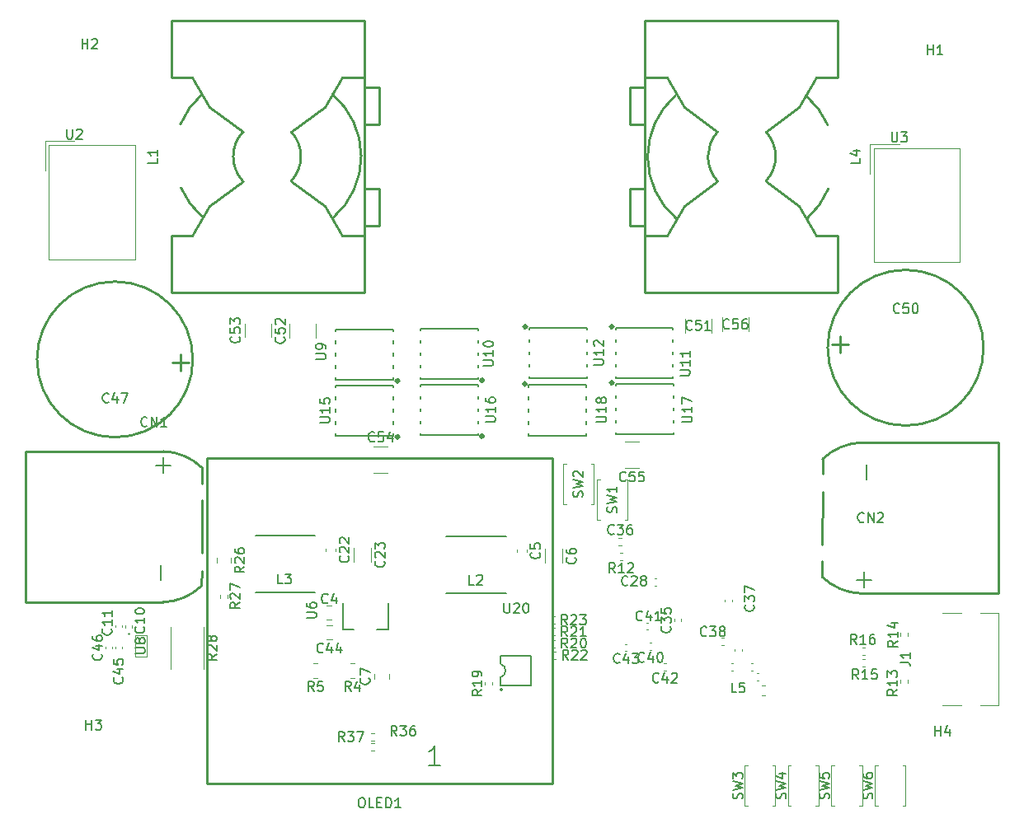
<source format=gbr>
%TF.GenerationSoftware,KiCad,Pcbnew,8.0.3*%
%TF.CreationDate,2024-07-22T22:22:34+10:00*%
%TF.ProjectId,MPPT,4d505054-2e6b-4696-9361-645f70636258,rev?*%
%TF.SameCoordinates,Original*%
%TF.FileFunction,Legend,Top*%
%TF.FilePolarity,Positive*%
%FSLAX46Y46*%
G04 Gerber Fmt 4.6, Leading zero omitted, Abs format (unit mm)*
G04 Created by KiCad (PCBNEW 8.0.3) date 2024-07-22 22:22:34*
%MOMM*%
%LPD*%
G01*
G04 APERTURE LIST*
%ADD10C,0.150000*%
%ADD11C,0.200000*%
%ADD12C,0.120000*%
%ADD13C,0.250000*%
%ADD14C,0.300000*%
G04 APERTURE END LIST*
D10*
X207238095Y-106654819D02*
X207238095Y-105654819D01*
X207238095Y-106131009D02*
X207809523Y-106131009D01*
X207809523Y-106654819D02*
X207809523Y-105654819D01*
X208714285Y-105988152D02*
X208714285Y-106654819D01*
X208476190Y-105607200D02*
X208238095Y-106321485D01*
X208238095Y-106321485D02*
X208857142Y-106321485D01*
X120038095Y-106054819D02*
X120038095Y-105054819D01*
X120038095Y-105531009D02*
X120609523Y-105531009D01*
X120609523Y-106054819D02*
X120609523Y-105054819D01*
X120990476Y-105054819D02*
X121609523Y-105054819D01*
X121609523Y-105054819D02*
X121276190Y-105435771D01*
X121276190Y-105435771D02*
X121419047Y-105435771D01*
X121419047Y-105435771D02*
X121514285Y-105483390D01*
X121514285Y-105483390D02*
X121561904Y-105531009D01*
X121561904Y-105531009D02*
X121609523Y-105626247D01*
X121609523Y-105626247D02*
X121609523Y-105864342D01*
X121609523Y-105864342D02*
X121561904Y-105959580D01*
X121561904Y-105959580D02*
X121514285Y-106007200D01*
X121514285Y-106007200D02*
X121419047Y-106054819D01*
X121419047Y-106054819D02*
X121133333Y-106054819D01*
X121133333Y-106054819D02*
X121038095Y-106007200D01*
X121038095Y-106007200D02*
X120990476Y-105959580D01*
X119638095Y-36054819D02*
X119638095Y-35054819D01*
X119638095Y-35531009D02*
X120209523Y-35531009D01*
X120209523Y-36054819D02*
X120209523Y-35054819D01*
X120638095Y-35150057D02*
X120685714Y-35102438D01*
X120685714Y-35102438D02*
X120780952Y-35054819D01*
X120780952Y-35054819D02*
X121019047Y-35054819D01*
X121019047Y-35054819D02*
X121114285Y-35102438D01*
X121114285Y-35102438D02*
X121161904Y-35150057D01*
X121161904Y-35150057D02*
X121209523Y-35245295D01*
X121209523Y-35245295D02*
X121209523Y-35340533D01*
X121209523Y-35340533D02*
X121161904Y-35483390D01*
X121161904Y-35483390D02*
X120590476Y-36054819D01*
X120590476Y-36054819D02*
X121209523Y-36054819D01*
X206438095Y-36654819D02*
X206438095Y-35654819D01*
X206438095Y-36131009D02*
X207009523Y-36131009D01*
X207009523Y-36654819D02*
X207009523Y-35654819D01*
X208009523Y-36654819D02*
X207438095Y-36654819D01*
X207723809Y-36654819D02*
X207723809Y-35654819D01*
X207723809Y-35654819D02*
X207628571Y-35797676D01*
X207628571Y-35797676D02*
X207533333Y-35892914D01*
X207533333Y-35892914D02*
X207438095Y-35940533D01*
X203669819Y-99133333D02*
X204384104Y-99133333D01*
X204384104Y-99133333D02*
X204526961Y-99180952D01*
X204526961Y-99180952D02*
X204622200Y-99276190D01*
X204622200Y-99276190D02*
X204669819Y-99419047D01*
X204669819Y-99419047D02*
X204669819Y-99514285D01*
X204669819Y-98133333D02*
X204669819Y-98704761D01*
X204669819Y-98419047D02*
X203669819Y-98419047D01*
X203669819Y-98419047D02*
X203812676Y-98514285D01*
X203812676Y-98514285D02*
X203907914Y-98609523D01*
X203907914Y-98609523D02*
X203955533Y-98704761D01*
X186057142Y-64759580D02*
X186009523Y-64807200D01*
X186009523Y-64807200D02*
X185866666Y-64854819D01*
X185866666Y-64854819D02*
X185771428Y-64854819D01*
X185771428Y-64854819D02*
X185628571Y-64807200D01*
X185628571Y-64807200D02*
X185533333Y-64711961D01*
X185533333Y-64711961D02*
X185485714Y-64616723D01*
X185485714Y-64616723D02*
X185438095Y-64426247D01*
X185438095Y-64426247D02*
X185438095Y-64283390D01*
X185438095Y-64283390D02*
X185485714Y-64092914D01*
X185485714Y-64092914D02*
X185533333Y-63997676D01*
X185533333Y-63997676D02*
X185628571Y-63902438D01*
X185628571Y-63902438D02*
X185771428Y-63854819D01*
X185771428Y-63854819D02*
X185866666Y-63854819D01*
X185866666Y-63854819D02*
X186009523Y-63902438D01*
X186009523Y-63902438D02*
X186057142Y-63950057D01*
X186961904Y-63854819D02*
X186485714Y-63854819D01*
X186485714Y-63854819D02*
X186438095Y-64331009D01*
X186438095Y-64331009D02*
X186485714Y-64283390D01*
X186485714Y-64283390D02*
X186580952Y-64235771D01*
X186580952Y-64235771D02*
X186819047Y-64235771D01*
X186819047Y-64235771D02*
X186914285Y-64283390D01*
X186914285Y-64283390D02*
X186961904Y-64331009D01*
X186961904Y-64331009D02*
X187009523Y-64426247D01*
X187009523Y-64426247D02*
X187009523Y-64664342D01*
X187009523Y-64664342D02*
X186961904Y-64759580D01*
X186961904Y-64759580D02*
X186914285Y-64807200D01*
X186914285Y-64807200D02*
X186819047Y-64854819D01*
X186819047Y-64854819D02*
X186580952Y-64854819D01*
X186580952Y-64854819D02*
X186485714Y-64807200D01*
X186485714Y-64807200D02*
X186438095Y-64759580D01*
X187866666Y-63854819D02*
X187676190Y-63854819D01*
X187676190Y-63854819D02*
X187580952Y-63902438D01*
X187580952Y-63902438D02*
X187533333Y-63950057D01*
X187533333Y-63950057D02*
X187438095Y-64092914D01*
X187438095Y-64092914D02*
X187390476Y-64283390D01*
X187390476Y-64283390D02*
X187390476Y-64664342D01*
X187390476Y-64664342D02*
X187438095Y-64759580D01*
X187438095Y-64759580D02*
X187485714Y-64807200D01*
X187485714Y-64807200D02*
X187580952Y-64854819D01*
X187580952Y-64854819D02*
X187771428Y-64854819D01*
X187771428Y-64854819D02*
X187866666Y-64807200D01*
X187866666Y-64807200D02*
X187914285Y-64759580D01*
X187914285Y-64759580D02*
X187961904Y-64664342D01*
X187961904Y-64664342D02*
X187961904Y-64426247D01*
X187961904Y-64426247D02*
X187914285Y-64331009D01*
X187914285Y-64331009D02*
X187866666Y-64283390D01*
X187866666Y-64283390D02*
X187771428Y-64235771D01*
X187771428Y-64235771D02*
X187580952Y-64235771D01*
X187580952Y-64235771D02*
X187485714Y-64283390D01*
X187485714Y-64283390D02*
X187438095Y-64331009D01*
X187438095Y-64331009D02*
X187390476Y-64426247D01*
X175457142Y-80459580D02*
X175409523Y-80507200D01*
X175409523Y-80507200D02*
X175266666Y-80554819D01*
X175266666Y-80554819D02*
X175171428Y-80554819D01*
X175171428Y-80554819D02*
X175028571Y-80507200D01*
X175028571Y-80507200D02*
X174933333Y-80411961D01*
X174933333Y-80411961D02*
X174885714Y-80316723D01*
X174885714Y-80316723D02*
X174838095Y-80126247D01*
X174838095Y-80126247D02*
X174838095Y-79983390D01*
X174838095Y-79983390D02*
X174885714Y-79792914D01*
X174885714Y-79792914D02*
X174933333Y-79697676D01*
X174933333Y-79697676D02*
X175028571Y-79602438D01*
X175028571Y-79602438D02*
X175171428Y-79554819D01*
X175171428Y-79554819D02*
X175266666Y-79554819D01*
X175266666Y-79554819D02*
X175409523Y-79602438D01*
X175409523Y-79602438D02*
X175457142Y-79650057D01*
X176361904Y-79554819D02*
X175885714Y-79554819D01*
X175885714Y-79554819D02*
X175838095Y-80031009D01*
X175838095Y-80031009D02*
X175885714Y-79983390D01*
X175885714Y-79983390D02*
X175980952Y-79935771D01*
X175980952Y-79935771D02*
X176219047Y-79935771D01*
X176219047Y-79935771D02*
X176314285Y-79983390D01*
X176314285Y-79983390D02*
X176361904Y-80031009D01*
X176361904Y-80031009D02*
X176409523Y-80126247D01*
X176409523Y-80126247D02*
X176409523Y-80364342D01*
X176409523Y-80364342D02*
X176361904Y-80459580D01*
X176361904Y-80459580D02*
X176314285Y-80507200D01*
X176314285Y-80507200D02*
X176219047Y-80554819D01*
X176219047Y-80554819D02*
X175980952Y-80554819D01*
X175980952Y-80554819D02*
X175885714Y-80507200D01*
X175885714Y-80507200D02*
X175838095Y-80459580D01*
X177314285Y-79554819D02*
X176838095Y-79554819D01*
X176838095Y-79554819D02*
X176790476Y-80031009D01*
X176790476Y-80031009D02*
X176838095Y-79983390D01*
X176838095Y-79983390D02*
X176933333Y-79935771D01*
X176933333Y-79935771D02*
X177171428Y-79935771D01*
X177171428Y-79935771D02*
X177266666Y-79983390D01*
X177266666Y-79983390D02*
X177314285Y-80031009D01*
X177314285Y-80031009D02*
X177361904Y-80126247D01*
X177361904Y-80126247D02*
X177361904Y-80364342D01*
X177361904Y-80364342D02*
X177314285Y-80459580D01*
X177314285Y-80459580D02*
X177266666Y-80507200D01*
X177266666Y-80507200D02*
X177171428Y-80554819D01*
X177171428Y-80554819D02*
X176933333Y-80554819D01*
X176933333Y-80554819D02*
X176838095Y-80507200D01*
X176838095Y-80507200D02*
X176790476Y-80459580D01*
X149657142Y-76359580D02*
X149609523Y-76407200D01*
X149609523Y-76407200D02*
X149466666Y-76454819D01*
X149466666Y-76454819D02*
X149371428Y-76454819D01*
X149371428Y-76454819D02*
X149228571Y-76407200D01*
X149228571Y-76407200D02*
X149133333Y-76311961D01*
X149133333Y-76311961D02*
X149085714Y-76216723D01*
X149085714Y-76216723D02*
X149038095Y-76026247D01*
X149038095Y-76026247D02*
X149038095Y-75883390D01*
X149038095Y-75883390D02*
X149085714Y-75692914D01*
X149085714Y-75692914D02*
X149133333Y-75597676D01*
X149133333Y-75597676D02*
X149228571Y-75502438D01*
X149228571Y-75502438D02*
X149371428Y-75454819D01*
X149371428Y-75454819D02*
X149466666Y-75454819D01*
X149466666Y-75454819D02*
X149609523Y-75502438D01*
X149609523Y-75502438D02*
X149657142Y-75550057D01*
X150561904Y-75454819D02*
X150085714Y-75454819D01*
X150085714Y-75454819D02*
X150038095Y-75931009D01*
X150038095Y-75931009D02*
X150085714Y-75883390D01*
X150085714Y-75883390D02*
X150180952Y-75835771D01*
X150180952Y-75835771D02*
X150419047Y-75835771D01*
X150419047Y-75835771D02*
X150514285Y-75883390D01*
X150514285Y-75883390D02*
X150561904Y-75931009D01*
X150561904Y-75931009D02*
X150609523Y-76026247D01*
X150609523Y-76026247D02*
X150609523Y-76264342D01*
X150609523Y-76264342D02*
X150561904Y-76359580D01*
X150561904Y-76359580D02*
X150514285Y-76407200D01*
X150514285Y-76407200D02*
X150419047Y-76454819D01*
X150419047Y-76454819D02*
X150180952Y-76454819D01*
X150180952Y-76454819D02*
X150085714Y-76407200D01*
X150085714Y-76407200D02*
X150038095Y-76359580D01*
X151466666Y-75788152D02*
X151466666Y-76454819D01*
X151228571Y-75407200D02*
X150990476Y-76121485D01*
X150990476Y-76121485D02*
X151609523Y-76121485D01*
X135759580Y-65667857D02*
X135807200Y-65715476D01*
X135807200Y-65715476D02*
X135854819Y-65858333D01*
X135854819Y-65858333D02*
X135854819Y-65953571D01*
X135854819Y-65953571D02*
X135807200Y-66096428D01*
X135807200Y-66096428D02*
X135711961Y-66191666D01*
X135711961Y-66191666D02*
X135616723Y-66239285D01*
X135616723Y-66239285D02*
X135426247Y-66286904D01*
X135426247Y-66286904D02*
X135283390Y-66286904D01*
X135283390Y-66286904D02*
X135092914Y-66239285D01*
X135092914Y-66239285D02*
X134997676Y-66191666D01*
X134997676Y-66191666D02*
X134902438Y-66096428D01*
X134902438Y-66096428D02*
X134854819Y-65953571D01*
X134854819Y-65953571D02*
X134854819Y-65858333D01*
X134854819Y-65858333D02*
X134902438Y-65715476D01*
X134902438Y-65715476D02*
X134950057Y-65667857D01*
X134854819Y-64763095D02*
X134854819Y-65239285D01*
X134854819Y-65239285D02*
X135331009Y-65286904D01*
X135331009Y-65286904D02*
X135283390Y-65239285D01*
X135283390Y-65239285D02*
X135235771Y-65144047D01*
X135235771Y-65144047D02*
X135235771Y-64905952D01*
X135235771Y-64905952D02*
X135283390Y-64810714D01*
X135283390Y-64810714D02*
X135331009Y-64763095D01*
X135331009Y-64763095D02*
X135426247Y-64715476D01*
X135426247Y-64715476D02*
X135664342Y-64715476D01*
X135664342Y-64715476D02*
X135759580Y-64763095D01*
X135759580Y-64763095D02*
X135807200Y-64810714D01*
X135807200Y-64810714D02*
X135854819Y-64905952D01*
X135854819Y-64905952D02*
X135854819Y-65144047D01*
X135854819Y-65144047D02*
X135807200Y-65239285D01*
X135807200Y-65239285D02*
X135759580Y-65286904D01*
X134854819Y-64382142D02*
X134854819Y-63763095D01*
X134854819Y-63763095D02*
X135235771Y-64096428D01*
X135235771Y-64096428D02*
X135235771Y-63953571D01*
X135235771Y-63953571D02*
X135283390Y-63858333D01*
X135283390Y-63858333D02*
X135331009Y-63810714D01*
X135331009Y-63810714D02*
X135426247Y-63763095D01*
X135426247Y-63763095D02*
X135664342Y-63763095D01*
X135664342Y-63763095D02*
X135759580Y-63810714D01*
X135759580Y-63810714D02*
X135807200Y-63858333D01*
X135807200Y-63858333D02*
X135854819Y-63953571D01*
X135854819Y-63953571D02*
X135854819Y-64239285D01*
X135854819Y-64239285D02*
X135807200Y-64334523D01*
X135807200Y-64334523D02*
X135759580Y-64382142D01*
X140359580Y-65717857D02*
X140407200Y-65765476D01*
X140407200Y-65765476D02*
X140454819Y-65908333D01*
X140454819Y-65908333D02*
X140454819Y-66003571D01*
X140454819Y-66003571D02*
X140407200Y-66146428D01*
X140407200Y-66146428D02*
X140311961Y-66241666D01*
X140311961Y-66241666D02*
X140216723Y-66289285D01*
X140216723Y-66289285D02*
X140026247Y-66336904D01*
X140026247Y-66336904D02*
X139883390Y-66336904D01*
X139883390Y-66336904D02*
X139692914Y-66289285D01*
X139692914Y-66289285D02*
X139597676Y-66241666D01*
X139597676Y-66241666D02*
X139502438Y-66146428D01*
X139502438Y-66146428D02*
X139454819Y-66003571D01*
X139454819Y-66003571D02*
X139454819Y-65908333D01*
X139454819Y-65908333D02*
X139502438Y-65765476D01*
X139502438Y-65765476D02*
X139550057Y-65717857D01*
X139454819Y-64813095D02*
X139454819Y-65289285D01*
X139454819Y-65289285D02*
X139931009Y-65336904D01*
X139931009Y-65336904D02*
X139883390Y-65289285D01*
X139883390Y-65289285D02*
X139835771Y-65194047D01*
X139835771Y-65194047D02*
X139835771Y-64955952D01*
X139835771Y-64955952D02*
X139883390Y-64860714D01*
X139883390Y-64860714D02*
X139931009Y-64813095D01*
X139931009Y-64813095D02*
X140026247Y-64765476D01*
X140026247Y-64765476D02*
X140264342Y-64765476D01*
X140264342Y-64765476D02*
X140359580Y-64813095D01*
X140359580Y-64813095D02*
X140407200Y-64860714D01*
X140407200Y-64860714D02*
X140454819Y-64955952D01*
X140454819Y-64955952D02*
X140454819Y-65194047D01*
X140454819Y-65194047D02*
X140407200Y-65289285D01*
X140407200Y-65289285D02*
X140359580Y-65336904D01*
X139550057Y-64384523D02*
X139502438Y-64336904D01*
X139502438Y-64336904D02*
X139454819Y-64241666D01*
X139454819Y-64241666D02*
X139454819Y-64003571D01*
X139454819Y-64003571D02*
X139502438Y-63908333D01*
X139502438Y-63908333D02*
X139550057Y-63860714D01*
X139550057Y-63860714D02*
X139645295Y-63813095D01*
X139645295Y-63813095D02*
X139740533Y-63813095D01*
X139740533Y-63813095D02*
X139883390Y-63860714D01*
X139883390Y-63860714D02*
X140454819Y-64432142D01*
X140454819Y-64432142D02*
X140454819Y-63813095D01*
X182257142Y-64884580D02*
X182209523Y-64932200D01*
X182209523Y-64932200D02*
X182066666Y-64979819D01*
X182066666Y-64979819D02*
X181971428Y-64979819D01*
X181971428Y-64979819D02*
X181828571Y-64932200D01*
X181828571Y-64932200D02*
X181733333Y-64836961D01*
X181733333Y-64836961D02*
X181685714Y-64741723D01*
X181685714Y-64741723D02*
X181638095Y-64551247D01*
X181638095Y-64551247D02*
X181638095Y-64408390D01*
X181638095Y-64408390D02*
X181685714Y-64217914D01*
X181685714Y-64217914D02*
X181733333Y-64122676D01*
X181733333Y-64122676D02*
X181828571Y-64027438D01*
X181828571Y-64027438D02*
X181971428Y-63979819D01*
X181971428Y-63979819D02*
X182066666Y-63979819D01*
X182066666Y-63979819D02*
X182209523Y-64027438D01*
X182209523Y-64027438D02*
X182257142Y-64075057D01*
X183161904Y-63979819D02*
X182685714Y-63979819D01*
X182685714Y-63979819D02*
X182638095Y-64456009D01*
X182638095Y-64456009D02*
X182685714Y-64408390D01*
X182685714Y-64408390D02*
X182780952Y-64360771D01*
X182780952Y-64360771D02*
X183019047Y-64360771D01*
X183019047Y-64360771D02*
X183114285Y-64408390D01*
X183114285Y-64408390D02*
X183161904Y-64456009D01*
X183161904Y-64456009D02*
X183209523Y-64551247D01*
X183209523Y-64551247D02*
X183209523Y-64789342D01*
X183209523Y-64789342D02*
X183161904Y-64884580D01*
X183161904Y-64884580D02*
X183114285Y-64932200D01*
X183114285Y-64932200D02*
X183019047Y-64979819D01*
X183019047Y-64979819D02*
X182780952Y-64979819D01*
X182780952Y-64979819D02*
X182685714Y-64932200D01*
X182685714Y-64932200D02*
X182638095Y-64884580D01*
X184161904Y-64979819D02*
X183590476Y-64979819D01*
X183876190Y-64979819D02*
X183876190Y-63979819D01*
X183876190Y-63979819D02*
X183780952Y-64122676D01*
X183780952Y-64122676D02*
X183685714Y-64217914D01*
X183685714Y-64217914D02*
X183590476Y-64265533D01*
X203557142Y-63159580D02*
X203509523Y-63207200D01*
X203509523Y-63207200D02*
X203366666Y-63254819D01*
X203366666Y-63254819D02*
X203271428Y-63254819D01*
X203271428Y-63254819D02*
X203128571Y-63207200D01*
X203128571Y-63207200D02*
X203033333Y-63111961D01*
X203033333Y-63111961D02*
X202985714Y-63016723D01*
X202985714Y-63016723D02*
X202938095Y-62826247D01*
X202938095Y-62826247D02*
X202938095Y-62683390D01*
X202938095Y-62683390D02*
X202985714Y-62492914D01*
X202985714Y-62492914D02*
X203033333Y-62397676D01*
X203033333Y-62397676D02*
X203128571Y-62302438D01*
X203128571Y-62302438D02*
X203271428Y-62254819D01*
X203271428Y-62254819D02*
X203366666Y-62254819D01*
X203366666Y-62254819D02*
X203509523Y-62302438D01*
X203509523Y-62302438D02*
X203557142Y-62350057D01*
X204461904Y-62254819D02*
X203985714Y-62254819D01*
X203985714Y-62254819D02*
X203938095Y-62731009D01*
X203938095Y-62731009D02*
X203985714Y-62683390D01*
X203985714Y-62683390D02*
X204080952Y-62635771D01*
X204080952Y-62635771D02*
X204319047Y-62635771D01*
X204319047Y-62635771D02*
X204414285Y-62683390D01*
X204414285Y-62683390D02*
X204461904Y-62731009D01*
X204461904Y-62731009D02*
X204509523Y-62826247D01*
X204509523Y-62826247D02*
X204509523Y-63064342D01*
X204509523Y-63064342D02*
X204461904Y-63159580D01*
X204461904Y-63159580D02*
X204414285Y-63207200D01*
X204414285Y-63207200D02*
X204319047Y-63254819D01*
X204319047Y-63254819D02*
X204080952Y-63254819D01*
X204080952Y-63254819D02*
X203985714Y-63207200D01*
X203985714Y-63207200D02*
X203938095Y-63159580D01*
X205128571Y-62254819D02*
X205223809Y-62254819D01*
X205223809Y-62254819D02*
X205319047Y-62302438D01*
X205319047Y-62302438D02*
X205366666Y-62350057D01*
X205366666Y-62350057D02*
X205414285Y-62445295D01*
X205414285Y-62445295D02*
X205461904Y-62635771D01*
X205461904Y-62635771D02*
X205461904Y-62873866D01*
X205461904Y-62873866D02*
X205414285Y-63064342D01*
X205414285Y-63064342D02*
X205366666Y-63159580D01*
X205366666Y-63159580D02*
X205319047Y-63207200D01*
X205319047Y-63207200D02*
X205223809Y-63254819D01*
X205223809Y-63254819D02*
X205128571Y-63254819D01*
X205128571Y-63254819D02*
X205033333Y-63207200D01*
X205033333Y-63207200D02*
X204985714Y-63159580D01*
X204985714Y-63159580D02*
X204938095Y-63064342D01*
X204938095Y-63064342D02*
X204890476Y-62873866D01*
X204890476Y-62873866D02*
X204890476Y-62635771D01*
X204890476Y-62635771D02*
X204938095Y-62445295D01*
X204938095Y-62445295D02*
X204985714Y-62350057D01*
X204985714Y-62350057D02*
X205033333Y-62302438D01*
X205033333Y-62302438D02*
X205128571Y-62254819D01*
X122357142Y-72359580D02*
X122309523Y-72407200D01*
X122309523Y-72407200D02*
X122166666Y-72454819D01*
X122166666Y-72454819D02*
X122071428Y-72454819D01*
X122071428Y-72454819D02*
X121928571Y-72407200D01*
X121928571Y-72407200D02*
X121833333Y-72311961D01*
X121833333Y-72311961D02*
X121785714Y-72216723D01*
X121785714Y-72216723D02*
X121738095Y-72026247D01*
X121738095Y-72026247D02*
X121738095Y-71883390D01*
X121738095Y-71883390D02*
X121785714Y-71692914D01*
X121785714Y-71692914D02*
X121833333Y-71597676D01*
X121833333Y-71597676D02*
X121928571Y-71502438D01*
X121928571Y-71502438D02*
X122071428Y-71454819D01*
X122071428Y-71454819D02*
X122166666Y-71454819D01*
X122166666Y-71454819D02*
X122309523Y-71502438D01*
X122309523Y-71502438D02*
X122357142Y-71550057D01*
X123214285Y-71788152D02*
X123214285Y-72454819D01*
X122976190Y-71407200D02*
X122738095Y-72121485D01*
X122738095Y-72121485D02*
X123357142Y-72121485D01*
X123642857Y-71454819D02*
X124309523Y-71454819D01*
X124309523Y-71454819D02*
X123880952Y-72454819D01*
X146557142Y-107254819D02*
X146223809Y-106778628D01*
X145985714Y-107254819D02*
X145985714Y-106254819D01*
X145985714Y-106254819D02*
X146366666Y-106254819D01*
X146366666Y-106254819D02*
X146461904Y-106302438D01*
X146461904Y-106302438D02*
X146509523Y-106350057D01*
X146509523Y-106350057D02*
X146557142Y-106445295D01*
X146557142Y-106445295D02*
X146557142Y-106588152D01*
X146557142Y-106588152D02*
X146509523Y-106683390D01*
X146509523Y-106683390D02*
X146461904Y-106731009D01*
X146461904Y-106731009D02*
X146366666Y-106778628D01*
X146366666Y-106778628D02*
X145985714Y-106778628D01*
X146890476Y-106254819D02*
X147509523Y-106254819D01*
X147509523Y-106254819D02*
X147176190Y-106635771D01*
X147176190Y-106635771D02*
X147319047Y-106635771D01*
X147319047Y-106635771D02*
X147414285Y-106683390D01*
X147414285Y-106683390D02*
X147461904Y-106731009D01*
X147461904Y-106731009D02*
X147509523Y-106826247D01*
X147509523Y-106826247D02*
X147509523Y-107064342D01*
X147509523Y-107064342D02*
X147461904Y-107159580D01*
X147461904Y-107159580D02*
X147414285Y-107207200D01*
X147414285Y-107207200D02*
X147319047Y-107254819D01*
X147319047Y-107254819D02*
X147033333Y-107254819D01*
X147033333Y-107254819D02*
X146938095Y-107207200D01*
X146938095Y-107207200D02*
X146890476Y-107159580D01*
X147842857Y-106254819D02*
X148509523Y-106254819D01*
X148509523Y-106254819D02*
X148080952Y-107254819D01*
X151957142Y-106654819D02*
X151623809Y-106178628D01*
X151385714Y-106654819D02*
X151385714Y-105654819D01*
X151385714Y-105654819D02*
X151766666Y-105654819D01*
X151766666Y-105654819D02*
X151861904Y-105702438D01*
X151861904Y-105702438D02*
X151909523Y-105750057D01*
X151909523Y-105750057D02*
X151957142Y-105845295D01*
X151957142Y-105845295D02*
X151957142Y-105988152D01*
X151957142Y-105988152D02*
X151909523Y-106083390D01*
X151909523Y-106083390D02*
X151861904Y-106131009D01*
X151861904Y-106131009D02*
X151766666Y-106178628D01*
X151766666Y-106178628D02*
X151385714Y-106178628D01*
X152290476Y-105654819D02*
X152909523Y-105654819D01*
X152909523Y-105654819D02*
X152576190Y-106035771D01*
X152576190Y-106035771D02*
X152719047Y-106035771D01*
X152719047Y-106035771D02*
X152814285Y-106083390D01*
X152814285Y-106083390D02*
X152861904Y-106131009D01*
X152861904Y-106131009D02*
X152909523Y-106226247D01*
X152909523Y-106226247D02*
X152909523Y-106464342D01*
X152909523Y-106464342D02*
X152861904Y-106559580D01*
X152861904Y-106559580D02*
X152814285Y-106607200D01*
X152814285Y-106607200D02*
X152719047Y-106654819D01*
X152719047Y-106654819D02*
X152433333Y-106654819D01*
X152433333Y-106654819D02*
X152338095Y-106607200D01*
X152338095Y-106607200D02*
X152290476Y-106559580D01*
X153766666Y-105654819D02*
X153576190Y-105654819D01*
X153576190Y-105654819D02*
X153480952Y-105702438D01*
X153480952Y-105702438D02*
X153433333Y-105750057D01*
X153433333Y-105750057D02*
X153338095Y-105892914D01*
X153338095Y-105892914D02*
X153290476Y-106083390D01*
X153290476Y-106083390D02*
X153290476Y-106464342D01*
X153290476Y-106464342D02*
X153338095Y-106559580D01*
X153338095Y-106559580D02*
X153385714Y-106607200D01*
X153385714Y-106607200D02*
X153480952Y-106654819D01*
X153480952Y-106654819D02*
X153671428Y-106654819D01*
X153671428Y-106654819D02*
X153766666Y-106607200D01*
X153766666Y-106607200D02*
X153814285Y-106559580D01*
X153814285Y-106559580D02*
X153861904Y-106464342D01*
X153861904Y-106464342D02*
X153861904Y-106226247D01*
X153861904Y-106226247D02*
X153814285Y-106131009D01*
X153814285Y-106131009D02*
X153766666Y-106083390D01*
X153766666Y-106083390D02*
X153671428Y-106035771D01*
X153671428Y-106035771D02*
X153480952Y-106035771D01*
X153480952Y-106035771D02*
X153385714Y-106083390D01*
X153385714Y-106083390D02*
X153338095Y-106131009D01*
X153338095Y-106131009D02*
X153290476Y-106226247D01*
X135819819Y-92982977D02*
X135343628Y-93316310D01*
X135819819Y-93554405D02*
X134819819Y-93554405D01*
X134819819Y-93554405D02*
X134819819Y-93173453D01*
X134819819Y-93173453D02*
X134867438Y-93078215D01*
X134867438Y-93078215D02*
X134915057Y-93030596D01*
X134915057Y-93030596D02*
X135010295Y-92982977D01*
X135010295Y-92982977D02*
X135153152Y-92982977D01*
X135153152Y-92982977D02*
X135248390Y-93030596D01*
X135248390Y-93030596D02*
X135296009Y-93078215D01*
X135296009Y-93078215D02*
X135343628Y-93173453D01*
X135343628Y-93173453D02*
X135343628Y-93554405D01*
X134915057Y-92602024D02*
X134867438Y-92554405D01*
X134867438Y-92554405D02*
X134819819Y-92459167D01*
X134819819Y-92459167D02*
X134819819Y-92221072D01*
X134819819Y-92221072D02*
X134867438Y-92125834D01*
X134867438Y-92125834D02*
X134915057Y-92078215D01*
X134915057Y-92078215D02*
X135010295Y-92030596D01*
X135010295Y-92030596D02*
X135105533Y-92030596D01*
X135105533Y-92030596D02*
X135248390Y-92078215D01*
X135248390Y-92078215D02*
X135819819Y-92649643D01*
X135819819Y-92649643D02*
X135819819Y-92030596D01*
X134819819Y-91697262D02*
X134819819Y-91030596D01*
X134819819Y-91030596D02*
X135819819Y-91459167D01*
X136299819Y-89292977D02*
X135823628Y-89626310D01*
X136299819Y-89864405D02*
X135299819Y-89864405D01*
X135299819Y-89864405D02*
X135299819Y-89483453D01*
X135299819Y-89483453D02*
X135347438Y-89388215D01*
X135347438Y-89388215D02*
X135395057Y-89340596D01*
X135395057Y-89340596D02*
X135490295Y-89292977D01*
X135490295Y-89292977D02*
X135633152Y-89292977D01*
X135633152Y-89292977D02*
X135728390Y-89340596D01*
X135728390Y-89340596D02*
X135776009Y-89388215D01*
X135776009Y-89388215D02*
X135823628Y-89483453D01*
X135823628Y-89483453D02*
X135823628Y-89864405D01*
X135395057Y-88912024D02*
X135347438Y-88864405D01*
X135347438Y-88864405D02*
X135299819Y-88769167D01*
X135299819Y-88769167D02*
X135299819Y-88531072D01*
X135299819Y-88531072D02*
X135347438Y-88435834D01*
X135347438Y-88435834D02*
X135395057Y-88388215D01*
X135395057Y-88388215D02*
X135490295Y-88340596D01*
X135490295Y-88340596D02*
X135585533Y-88340596D01*
X135585533Y-88340596D02*
X135728390Y-88388215D01*
X135728390Y-88388215D02*
X136299819Y-88959643D01*
X136299819Y-88959643D02*
X136299819Y-88340596D01*
X135299819Y-87483453D02*
X135299819Y-87673929D01*
X135299819Y-87673929D02*
X135347438Y-87769167D01*
X135347438Y-87769167D02*
X135395057Y-87816786D01*
X135395057Y-87816786D02*
X135537914Y-87912024D01*
X135537914Y-87912024D02*
X135728390Y-87959643D01*
X135728390Y-87959643D02*
X136109342Y-87959643D01*
X136109342Y-87959643D02*
X136204580Y-87912024D01*
X136204580Y-87912024D02*
X136252200Y-87864405D01*
X136252200Y-87864405D02*
X136299819Y-87769167D01*
X136299819Y-87769167D02*
X136299819Y-87578691D01*
X136299819Y-87578691D02*
X136252200Y-87483453D01*
X136252200Y-87483453D02*
X136204580Y-87435834D01*
X136204580Y-87435834D02*
X136109342Y-87388215D01*
X136109342Y-87388215D02*
X135871247Y-87388215D01*
X135871247Y-87388215D02*
X135776009Y-87435834D01*
X135776009Y-87435834D02*
X135728390Y-87483453D01*
X135728390Y-87483453D02*
X135680771Y-87578691D01*
X135680771Y-87578691D02*
X135680771Y-87769167D01*
X135680771Y-87769167D02*
X135728390Y-87864405D01*
X135728390Y-87864405D02*
X135776009Y-87912024D01*
X135776009Y-87912024D02*
X135871247Y-87959643D01*
X169467142Y-95254819D02*
X169133809Y-94778628D01*
X168895714Y-95254819D02*
X168895714Y-94254819D01*
X168895714Y-94254819D02*
X169276666Y-94254819D01*
X169276666Y-94254819D02*
X169371904Y-94302438D01*
X169371904Y-94302438D02*
X169419523Y-94350057D01*
X169419523Y-94350057D02*
X169467142Y-94445295D01*
X169467142Y-94445295D02*
X169467142Y-94588152D01*
X169467142Y-94588152D02*
X169419523Y-94683390D01*
X169419523Y-94683390D02*
X169371904Y-94731009D01*
X169371904Y-94731009D02*
X169276666Y-94778628D01*
X169276666Y-94778628D02*
X168895714Y-94778628D01*
X169848095Y-94350057D02*
X169895714Y-94302438D01*
X169895714Y-94302438D02*
X169990952Y-94254819D01*
X169990952Y-94254819D02*
X170229047Y-94254819D01*
X170229047Y-94254819D02*
X170324285Y-94302438D01*
X170324285Y-94302438D02*
X170371904Y-94350057D01*
X170371904Y-94350057D02*
X170419523Y-94445295D01*
X170419523Y-94445295D02*
X170419523Y-94540533D01*
X170419523Y-94540533D02*
X170371904Y-94683390D01*
X170371904Y-94683390D02*
X169800476Y-95254819D01*
X169800476Y-95254819D02*
X170419523Y-95254819D01*
X170752857Y-94254819D02*
X171371904Y-94254819D01*
X171371904Y-94254819D02*
X171038571Y-94635771D01*
X171038571Y-94635771D02*
X171181428Y-94635771D01*
X171181428Y-94635771D02*
X171276666Y-94683390D01*
X171276666Y-94683390D02*
X171324285Y-94731009D01*
X171324285Y-94731009D02*
X171371904Y-94826247D01*
X171371904Y-94826247D02*
X171371904Y-95064342D01*
X171371904Y-95064342D02*
X171324285Y-95159580D01*
X171324285Y-95159580D02*
X171276666Y-95207200D01*
X171276666Y-95207200D02*
X171181428Y-95254819D01*
X171181428Y-95254819D02*
X170895714Y-95254819D01*
X170895714Y-95254819D02*
X170800476Y-95207200D01*
X170800476Y-95207200D02*
X170752857Y-95159580D01*
X169557142Y-98854819D02*
X169223809Y-98378628D01*
X168985714Y-98854819D02*
X168985714Y-97854819D01*
X168985714Y-97854819D02*
X169366666Y-97854819D01*
X169366666Y-97854819D02*
X169461904Y-97902438D01*
X169461904Y-97902438D02*
X169509523Y-97950057D01*
X169509523Y-97950057D02*
X169557142Y-98045295D01*
X169557142Y-98045295D02*
X169557142Y-98188152D01*
X169557142Y-98188152D02*
X169509523Y-98283390D01*
X169509523Y-98283390D02*
X169461904Y-98331009D01*
X169461904Y-98331009D02*
X169366666Y-98378628D01*
X169366666Y-98378628D02*
X168985714Y-98378628D01*
X169938095Y-97950057D02*
X169985714Y-97902438D01*
X169985714Y-97902438D02*
X170080952Y-97854819D01*
X170080952Y-97854819D02*
X170319047Y-97854819D01*
X170319047Y-97854819D02*
X170414285Y-97902438D01*
X170414285Y-97902438D02*
X170461904Y-97950057D01*
X170461904Y-97950057D02*
X170509523Y-98045295D01*
X170509523Y-98045295D02*
X170509523Y-98140533D01*
X170509523Y-98140533D02*
X170461904Y-98283390D01*
X170461904Y-98283390D02*
X169890476Y-98854819D01*
X169890476Y-98854819D02*
X170509523Y-98854819D01*
X170890476Y-97950057D02*
X170938095Y-97902438D01*
X170938095Y-97902438D02*
X171033333Y-97854819D01*
X171033333Y-97854819D02*
X171271428Y-97854819D01*
X171271428Y-97854819D02*
X171366666Y-97902438D01*
X171366666Y-97902438D02*
X171414285Y-97950057D01*
X171414285Y-97950057D02*
X171461904Y-98045295D01*
X171461904Y-98045295D02*
X171461904Y-98140533D01*
X171461904Y-98140533D02*
X171414285Y-98283390D01*
X171414285Y-98283390D02*
X170842857Y-98854819D01*
X170842857Y-98854819D02*
X171461904Y-98854819D01*
X169467142Y-96454819D02*
X169133809Y-95978628D01*
X168895714Y-96454819D02*
X168895714Y-95454819D01*
X168895714Y-95454819D02*
X169276666Y-95454819D01*
X169276666Y-95454819D02*
X169371904Y-95502438D01*
X169371904Y-95502438D02*
X169419523Y-95550057D01*
X169419523Y-95550057D02*
X169467142Y-95645295D01*
X169467142Y-95645295D02*
X169467142Y-95788152D01*
X169467142Y-95788152D02*
X169419523Y-95883390D01*
X169419523Y-95883390D02*
X169371904Y-95931009D01*
X169371904Y-95931009D02*
X169276666Y-95978628D01*
X169276666Y-95978628D02*
X168895714Y-95978628D01*
X169848095Y-95550057D02*
X169895714Y-95502438D01*
X169895714Y-95502438D02*
X169990952Y-95454819D01*
X169990952Y-95454819D02*
X170229047Y-95454819D01*
X170229047Y-95454819D02*
X170324285Y-95502438D01*
X170324285Y-95502438D02*
X170371904Y-95550057D01*
X170371904Y-95550057D02*
X170419523Y-95645295D01*
X170419523Y-95645295D02*
X170419523Y-95740533D01*
X170419523Y-95740533D02*
X170371904Y-95883390D01*
X170371904Y-95883390D02*
X169800476Y-96454819D01*
X169800476Y-96454819D02*
X170419523Y-96454819D01*
X171371904Y-96454819D02*
X170800476Y-96454819D01*
X171086190Y-96454819D02*
X171086190Y-95454819D01*
X171086190Y-95454819D02*
X170990952Y-95597676D01*
X170990952Y-95597676D02*
X170895714Y-95692914D01*
X170895714Y-95692914D02*
X170800476Y-95740533D01*
X169467142Y-97654819D02*
X169133809Y-97178628D01*
X168895714Y-97654819D02*
X168895714Y-96654819D01*
X168895714Y-96654819D02*
X169276666Y-96654819D01*
X169276666Y-96654819D02*
X169371904Y-96702438D01*
X169371904Y-96702438D02*
X169419523Y-96750057D01*
X169419523Y-96750057D02*
X169467142Y-96845295D01*
X169467142Y-96845295D02*
X169467142Y-96988152D01*
X169467142Y-96988152D02*
X169419523Y-97083390D01*
X169419523Y-97083390D02*
X169371904Y-97131009D01*
X169371904Y-97131009D02*
X169276666Y-97178628D01*
X169276666Y-97178628D02*
X168895714Y-97178628D01*
X169848095Y-96750057D02*
X169895714Y-96702438D01*
X169895714Y-96702438D02*
X169990952Y-96654819D01*
X169990952Y-96654819D02*
X170229047Y-96654819D01*
X170229047Y-96654819D02*
X170324285Y-96702438D01*
X170324285Y-96702438D02*
X170371904Y-96750057D01*
X170371904Y-96750057D02*
X170419523Y-96845295D01*
X170419523Y-96845295D02*
X170419523Y-96940533D01*
X170419523Y-96940533D02*
X170371904Y-97083390D01*
X170371904Y-97083390D02*
X169800476Y-97654819D01*
X169800476Y-97654819D02*
X170419523Y-97654819D01*
X171038571Y-96654819D02*
X171133809Y-96654819D01*
X171133809Y-96654819D02*
X171229047Y-96702438D01*
X171229047Y-96702438D02*
X171276666Y-96750057D01*
X171276666Y-96750057D02*
X171324285Y-96845295D01*
X171324285Y-96845295D02*
X171371904Y-97035771D01*
X171371904Y-97035771D02*
X171371904Y-97273866D01*
X171371904Y-97273866D02*
X171324285Y-97464342D01*
X171324285Y-97464342D02*
X171276666Y-97559580D01*
X171276666Y-97559580D02*
X171229047Y-97607200D01*
X171229047Y-97607200D02*
X171133809Y-97654819D01*
X171133809Y-97654819D02*
X171038571Y-97654819D01*
X171038571Y-97654819D02*
X170943333Y-97607200D01*
X170943333Y-97607200D02*
X170895714Y-97559580D01*
X170895714Y-97559580D02*
X170848095Y-97464342D01*
X170848095Y-97464342D02*
X170800476Y-97273866D01*
X170800476Y-97273866D02*
X170800476Y-97035771D01*
X170800476Y-97035771D02*
X170848095Y-96845295D01*
X170848095Y-96845295D02*
X170895714Y-96750057D01*
X170895714Y-96750057D02*
X170943333Y-96702438D01*
X170943333Y-96702438D02*
X171038571Y-96654819D01*
X160684819Y-101952857D02*
X160208628Y-102286190D01*
X160684819Y-102524285D02*
X159684819Y-102524285D01*
X159684819Y-102524285D02*
X159684819Y-102143333D01*
X159684819Y-102143333D02*
X159732438Y-102048095D01*
X159732438Y-102048095D02*
X159780057Y-102000476D01*
X159780057Y-102000476D02*
X159875295Y-101952857D01*
X159875295Y-101952857D02*
X160018152Y-101952857D01*
X160018152Y-101952857D02*
X160113390Y-102000476D01*
X160113390Y-102000476D02*
X160161009Y-102048095D01*
X160161009Y-102048095D02*
X160208628Y-102143333D01*
X160208628Y-102143333D02*
X160208628Y-102524285D01*
X160684819Y-101000476D02*
X160684819Y-101571904D01*
X160684819Y-101286190D02*
X159684819Y-101286190D01*
X159684819Y-101286190D02*
X159827676Y-101381428D01*
X159827676Y-101381428D02*
X159922914Y-101476666D01*
X159922914Y-101476666D02*
X159970533Y-101571904D01*
X160684819Y-100524285D02*
X160684819Y-100333809D01*
X160684819Y-100333809D02*
X160637200Y-100238571D01*
X160637200Y-100238571D02*
X160589580Y-100190952D01*
X160589580Y-100190952D02*
X160446723Y-100095714D01*
X160446723Y-100095714D02*
X160256247Y-100048095D01*
X160256247Y-100048095D02*
X159875295Y-100048095D01*
X159875295Y-100048095D02*
X159780057Y-100095714D01*
X159780057Y-100095714D02*
X159732438Y-100143333D01*
X159732438Y-100143333D02*
X159684819Y-100238571D01*
X159684819Y-100238571D02*
X159684819Y-100429047D01*
X159684819Y-100429047D02*
X159732438Y-100524285D01*
X159732438Y-100524285D02*
X159780057Y-100571904D01*
X159780057Y-100571904D02*
X159875295Y-100619523D01*
X159875295Y-100619523D02*
X160113390Y-100619523D01*
X160113390Y-100619523D02*
X160208628Y-100571904D01*
X160208628Y-100571904D02*
X160256247Y-100524285D01*
X160256247Y-100524285D02*
X160303866Y-100429047D01*
X160303866Y-100429047D02*
X160303866Y-100238571D01*
X160303866Y-100238571D02*
X160256247Y-100143333D01*
X160256247Y-100143333D02*
X160208628Y-100095714D01*
X160208628Y-100095714D02*
X160113390Y-100048095D01*
X199157142Y-97254819D02*
X198823809Y-96778628D01*
X198585714Y-97254819D02*
X198585714Y-96254819D01*
X198585714Y-96254819D02*
X198966666Y-96254819D01*
X198966666Y-96254819D02*
X199061904Y-96302438D01*
X199061904Y-96302438D02*
X199109523Y-96350057D01*
X199109523Y-96350057D02*
X199157142Y-96445295D01*
X199157142Y-96445295D02*
X199157142Y-96588152D01*
X199157142Y-96588152D02*
X199109523Y-96683390D01*
X199109523Y-96683390D02*
X199061904Y-96731009D01*
X199061904Y-96731009D02*
X198966666Y-96778628D01*
X198966666Y-96778628D02*
X198585714Y-96778628D01*
X200109523Y-97254819D02*
X199538095Y-97254819D01*
X199823809Y-97254819D02*
X199823809Y-96254819D01*
X199823809Y-96254819D02*
X199728571Y-96397676D01*
X199728571Y-96397676D02*
X199633333Y-96492914D01*
X199633333Y-96492914D02*
X199538095Y-96540533D01*
X200966666Y-96254819D02*
X200776190Y-96254819D01*
X200776190Y-96254819D02*
X200680952Y-96302438D01*
X200680952Y-96302438D02*
X200633333Y-96350057D01*
X200633333Y-96350057D02*
X200538095Y-96492914D01*
X200538095Y-96492914D02*
X200490476Y-96683390D01*
X200490476Y-96683390D02*
X200490476Y-97064342D01*
X200490476Y-97064342D02*
X200538095Y-97159580D01*
X200538095Y-97159580D02*
X200585714Y-97207200D01*
X200585714Y-97207200D02*
X200680952Y-97254819D01*
X200680952Y-97254819D02*
X200871428Y-97254819D01*
X200871428Y-97254819D02*
X200966666Y-97207200D01*
X200966666Y-97207200D02*
X201014285Y-97159580D01*
X201014285Y-97159580D02*
X201061904Y-97064342D01*
X201061904Y-97064342D02*
X201061904Y-96826247D01*
X201061904Y-96826247D02*
X201014285Y-96731009D01*
X201014285Y-96731009D02*
X200966666Y-96683390D01*
X200966666Y-96683390D02*
X200871428Y-96635771D01*
X200871428Y-96635771D02*
X200680952Y-96635771D01*
X200680952Y-96635771D02*
X200585714Y-96683390D01*
X200585714Y-96683390D02*
X200538095Y-96731009D01*
X200538095Y-96731009D02*
X200490476Y-96826247D01*
X199357142Y-100854819D02*
X199023809Y-100378628D01*
X198785714Y-100854819D02*
X198785714Y-99854819D01*
X198785714Y-99854819D02*
X199166666Y-99854819D01*
X199166666Y-99854819D02*
X199261904Y-99902438D01*
X199261904Y-99902438D02*
X199309523Y-99950057D01*
X199309523Y-99950057D02*
X199357142Y-100045295D01*
X199357142Y-100045295D02*
X199357142Y-100188152D01*
X199357142Y-100188152D02*
X199309523Y-100283390D01*
X199309523Y-100283390D02*
X199261904Y-100331009D01*
X199261904Y-100331009D02*
X199166666Y-100378628D01*
X199166666Y-100378628D02*
X198785714Y-100378628D01*
X200309523Y-100854819D02*
X199738095Y-100854819D01*
X200023809Y-100854819D02*
X200023809Y-99854819D01*
X200023809Y-99854819D02*
X199928571Y-99997676D01*
X199928571Y-99997676D02*
X199833333Y-100092914D01*
X199833333Y-100092914D02*
X199738095Y-100140533D01*
X201214285Y-99854819D02*
X200738095Y-99854819D01*
X200738095Y-99854819D02*
X200690476Y-100331009D01*
X200690476Y-100331009D02*
X200738095Y-100283390D01*
X200738095Y-100283390D02*
X200833333Y-100235771D01*
X200833333Y-100235771D02*
X201071428Y-100235771D01*
X201071428Y-100235771D02*
X201166666Y-100283390D01*
X201166666Y-100283390D02*
X201214285Y-100331009D01*
X201214285Y-100331009D02*
X201261904Y-100426247D01*
X201261904Y-100426247D02*
X201261904Y-100664342D01*
X201261904Y-100664342D02*
X201214285Y-100759580D01*
X201214285Y-100759580D02*
X201166666Y-100807200D01*
X201166666Y-100807200D02*
X201071428Y-100854819D01*
X201071428Y-100854819D02*
X200833333Y-100854819D01*
X200833333Y-100854819D02*
X200738095Y-100807200D01*
X200738095Y-100807200D02*
X200690476Y-100759580D01*
X203359819Y-96922857D02*
X202883628Y-97256190D01*
X203359819Y-97494285D02*
X202359819Y-97494285D01*
X202359819Y-97494285D02*
X202359819Y-97113333D01*
X202359819Y-97113333D02*
X202407438Y-97018095D01*
X202407438Y-97018095D02*
X202455057Y-96970476D01*
X202455057Y-96970476D02*
X202550295Y-96922857D01*
X202550295Y-96922857D02*
X202693152Y-96922857D01*
X202693152Y-96922857D02*
X202788390Y-96970476D01*
X202788390Y-96970476D02*
X202836009Y-97018095D01*
X202836009Y-97018095D02*
X202883628Y-97113333D01*
X202883628Y-97113333D02*
X202883628Y-97494285D01*
X203359819Y-95970476D02*
X203359819Y-96541904D01*
X203359819Y-96256190D02*
X202359819Y-96256190D01*
X202359819Y-96256190D02*
X202502676Y-96351428D01*
X202502676Y-96351428D02*
X202597914Y-96446666D01*
X202597914Y-96446666D02*
X202645533Y-96541904D01*
X202693152Y-95113333D02*
X203359819Y-95113333D01*
X202312200Y-95351428D02*
X203026485Y-95589523D01*
X203026485Y-95589523D02*
X203026485Y-94970476D01*
X203329819Y-101922857D02*
X202853628Y-102256190D01*
X203329819Y-102494285D02*
X202329819Y-102494285D01*
X202329819Y-102494285D02*
X202329819Y-102113333D01*
X202329819Y-102113333D02*
X202377438Y-102018095D01*
X202377438Y-102018095D02*
X202425057Y-101970476D01*
X202425057Y-101970476D02*
X202520295Y-101922857D01*
X202520295Y-101922857D02*
X202663152Y-101922857D01*
X202663152Y-101922857D02*
X202758390Y-101970476D01*
X202758390Y-101970476D02*
X202806009Y-102018095D01*
X202806009Y-102018095D02*
X202853628Y-102113333D01*
X202853628Y-102113333D02*
X202853628Y-102494285D01*
X203329819Y-100970476D02*
X203329819Y-101541904D01*
X203329819Y-101256190D02*
X202329819Y-101256190D01*
X202329819Y-101256190D02*
X202472676Y-101351428D01*
X202472676Y-101351428D02*
X202567914Y-101446666D01*
X202567914Y-101446666D02*
X202615533Y-101541904D01*
X202329819Y-100637142D02*
X202329819Y-100018095D01*
X202329819Y-100018095D02*
X202710771Y-100351428D01*
X202710771Y-100351428D02*
X202710771Y-100208571D01*
X202710771Y-100208571D02*
X202758390Y-100113333D01*
X202758390Y-100113333D02*
X202806009Y-100065714D01*
X202806009Y-100065714D02*
X202901247Y-100018095D01*
X202901247Y-100018095D02*
X203139342Y-100018095D01*
X203139342Y-100018095D02*
X203234580Y-100065714D01*
X203234580Y-100065714D02*
X203282200Y-100113333D01*
X203282200Y-100113333D02*
X203329819Y-100208571D01*
X203329819Y-100208571D02*
X203329819Y-100494285D01*
X203329819Y-100494285D02*
X203282200Y-100589523D01*
X203282200Y-100589523D02*
X203234580Y-100637142D01*
X143433333Y-102104819D02*
X143100000Y-101628628D01*
X142861905Y-102104819D02*
X142861905Y-101104819D01*
X142861905Y-101104819D02*
X143242857Y-101104819D01*
X143242857Y-101104819D02*
X143338095Y-101152438D01*
X143338095Y-101152438D02*
X143385714Y-101200057D01*
X143385714Y-101200057D02*
X143433333Y-101295295D01*
X143433333Y-101295295D02*
X143433333Y-101438152D01*
X143433333Y-101438152D02*
X143385714Y-101533390D01*
X143385714Y-101533390D02*
X143338095Y-101581009D01*
X143338095Y-101581009D02*
X143242857Y-101628628D01*
X143242857Y-101628628D02*
X142861905Y-101628628D01*
X144338095Y-101104819D02*
X143861905Y-101104819D01*
X143861905Y-101104819D02*
X143814286Y-101581009D01*
X143814286Y-101581009D02*
X143861905Y-101533390D01*
X143861905Y-101533390D02*
X143957143Y-101485771D01*
X143957143Y-101485771D02*
X144195238Y-101485771D01*
X144195238Y-101485771D02*
X144290476Y-101533390D01*
X144290476Y-101533390D02*
X144338095Y-101581009D01*
X144338095Y-101581009D02*
X144385714Y-101676247D01*
X144385714Y-101676247D02*
X144385714Y-101914342D01*
X144385714Y-101914342D02*
X144338095Y-102009580D01*
X144338095Y-102009580D02*
X144290476Y-102057200D01*
X144290476Y-102057200D02*
X144195238Y-102104819D01*
X144195238Y-102104819D02*
X143957143Y-102104819D01*
X143957143Y-102104819D02*
X143861905Y-102057200D01*
X143861905Y-102057200D02*
X143814286Y-102009580D01*
X147233333Y-102104819D02*
X146900000Y-101628628D01*
X146661905Y-102104819D02*
X146661905Y-101104819D01*
X146661905Y-101104819D02*
X147042857Y-101104819D01*
X147042857Y-101104819D02*
X147138095Y-101152438D01*
X147138095Y-101152438D02*
X147185714Y-101200057D01*
X147185714Y-101200057D02*
X147233333Y-101295295D01*
X147233333Y-101295295D02*
X147233333Y-101438152D01*
X147233333Y-101438152D02*
X147185714Y-101533390D01*
X147185714Y-101533390D02*
X147138095Y-101581009D01*
X147138095Y-101581009D02*
X147042857Y-101628628D01*
X147042857Y-101628628D02*
X146661905Y-101628628D01*
X148090476Y-101438152D02*
X148090476Y-102104819D01*
X147852381Y-101057200D02*
X147614286Y-101771485D01*
X147614286Y-101771485D02*
X148233333Y-101771485D01*
X174837142Y-99119580D02*
X174789523Y-99167200D01*
X174789523Y-99167200D02*
X174646666Y-99214819D01*
X174646666Y-99214819D02*
X174551428Y-99214819D01*
X174551428Y-99214819D02*
X174408571Y-99167200D01*
X174408571Y-99167200D02*
X174313333Y-99071961D01*
X174313333Y-99071961D02*
X174265714Y-98976723D01*
X174265714Y-98976723D02*
X174218095Y-98786247D01*
X174218095Y-98786247D02*
X174218095Y-98643390D01*
X174218095Y-98643390D02*
X174265714Y-98452914D01*
X174265714Y-98452914D02*
X174313333Y-98357676D01*
X174313333Y-98357676D02*
X174408571Y-98262438D01*
X174408571Y-98262438D02*
X174551428Y-98214819D01*
X174551428Y-98214819D02*
X174646666Y-98214819D01*
X174646666Y-98214819D02*
X174789523Y-98262438D01*
X174789523Y-98262438D02*
X174837142Y-98310057D01*
X175694285Y-98548152D02*
X175694285Y-99214819D01*
X175456190Y-98167200D02*
X175218095Y-98881485D01*
X175218095Y-98881485D02*
X175837142Y-98881485D01*
X176122857Y-98214819D02*
X176741904Y-98214819D01*
X176741904Y-98214819D02*
X176408571Y-98595771D01*
X176408571Y-98595771D02*
X176551428Y-98595771D01*
X176551428Y-98595771D02*
X176646666Y-98643390D01*
X176646666Y-98643390D02*
X176694285Y-98691009D01*
X176694285Y-98691009D02*
X176741904Y-98786247D01*
X176741904Y-98786247D02*
X176741904Y-99024342D01*
X176741904Y-99024342D02*
X176694285Y-99119580D01*
X176694285Y-99119580D02*
X176646666Y-99167200D01*
X176646666Y-99167200D02*
X176551428Y-99214819D01*
X176551428Y-99214819D02*
X176265714Y-99214819D01*
X176265714Y-99214819D02*
X176170476Y-99167200D01*
X176170476Y-99167200D02*
X176122857Y-99119580D01*
X178837142Y-101119580D02*
X178789523Y-101167200D01*
X178789523Y-101167200D02*
X178646666Y-101214819D01*
X178646666Y-101214819D02*
X178551428Y-101214819D01*
X178551428Y-101214819D02*
X178408571Y-101167200D01*
X178408571Y-101167200D02*
X178313333Y-101071961D01*
X178313333Y-101071961D02*
X178265714Y-100976723D01*
X178265714Y-100976723D02*
X178218095Y-100786247D01*
X178218095Y-100786247D02*
X178218095Y-100643390D01*
X178218095Y-100643390D02*
X178265714Y-100452914D01*
X178265714Y-100452914D02*
X178313333Y-100357676D01*
X178313333Y-100357676D02*
X178408571Y-100262438D01*
X178408571Y-100262438D02*
X178551428Y-100214819D01*
X178551428Y-100214819D02*
X178646666Y-100214819D01*
X178646666Y-100214819D02*
X178789523Y-100262438D01*
X178789523Y-100262438D02*
X178837142Y-100310057D01*
X179694285Y-100548152D02*
X179694285Y-101214819D01*
X179456190Y-100167200D02*
X179218095Y-100881485D01*
X179218095Y-100881485D02*
X179837142Y-100881485D01*
X180170476Y-100310057D02*
X180218095Y-100262438D01*
X180218095Y-100262438D02*
X180313333Y-100214819D01*
X180313333Y-100214819D02*
X180551428Y-100214819D01*
X180551428Y-100214819D02*
X180646666Y-100262438D01*
X180646666Y-100262438D02*
X180694285Y-100310057D01*
X180694285Y-100310057D02*
X180741904Y-100405295D01*
X180741904Y-100405295D02*
X180741904Y-100500533D01*
X180741904Y-100500533D02*
X180694285Y-100643390D01*
X180694285Y-100643390D02*
X180122857Y-101214819D01*
X180122857Y-101214819D02*
X180741904Y-101214819D01*
X177157142Y-94759580D02*
X177109523Y-94807200D01*
X177109523Y-94807200D02*
X176966666Y-94854819D01*
X176966666Y-94854819D02*
X176871428Y-94854819D01*
X176871428Y-94854819D02*
X176728571Y-94807200D01*
X176728571Y-94807200D02*
X176633333Y-94711961D01*
X176633333Y-94711961D02*
X176585714Y-94616723D01*
X176585714Y-94616723D02*
X176538095Y-94426247D01*
X176538095Y-94426247D02*
X176538095Y-94283390D01*
X176538095Y-94283390D02*
X176585714Y-94092914D01*
X176585714Y-94092914D02*
X176633333Y-93997676D01*
X176633333Y-93997676D02*
X176728571Y-93902438D01*
X176728571Y-93902438D02*
X176871428Y-93854819D01*
X176871428Y-93854819D02*
X176966666Y-93854819D01*
X176966666Y-93854819D02*
X177109523Y-93902438D01*
X177109523Y-93902438D02*
X177157142Y-93950057D01*
X178014285Y-94188152D02*
X178014285Y-94854819D01*
X177776190Y-93807200D02*
X177538095Y-94521485D01*
X177538095Y-94521485D02*
X178157142Y-94521485D01*
X179061904Y-94854819D02*
X178490476Y-94854819D01*
X178776190Y-94854819D02*
X178776190Y-93854819D01*
X178776190Y-93854819D02*
X178680952Y-93997676D01*
X178680952Y-93997676D02*
X178585714Y-94092914D01*
X178585714Y-94092914D02*
X178490476Y-94140533D01*
X177357142Y-99019580D02*
X177309523Y-99067200D01*
X177309523Y-99067200D02*
X177166666Y-99114819D01*
X177166666Y-99114819D02*
X177071428Y-99114819D01*
X177071428Y-99114819D02*
X176928571Y-99067200D01*
X176928571Y-99067200D02*
X176833333Y-98971961D01*
X176833333Y-98971961D02*
X176785714Y-98876723D01*
X176785714Y-98876723D02*
X176738095Y-98686247D01*
X176738095Y-98686247D02*
X176738095Y-98543390D01*
X176738095Y-98543390D02*
X176785714Y-98352914D01*
X176785714Y-98352914D02*
X176833333Y-98257676D01*
X176833333Y-98257676D02*
X176928571Y-98162438D01*
X176928571Y-98162438D02*
X177071428Y-98114819D01*
X177071428Y-98114819D02*
X177166666Y-98114819D01*
X177166666Y-98114819D02*
X177309523Y-98162438D01*
X177309523Y-98162438D02*
X177357142Y-98210057D01*
X178214285Y-98448152D02*
X178214285Y-99114819D01*
X177976190Y-98067200D02*
X177738095Y-98781485D01*
X177738095Y-98781485D02*
X178357142Y-98781485D01*
X178928571Y-98114819D02*
X179023809Y-98114819D01*
X179023809Y-98114819D02*
X179119047Y-98162438D01*
X179119047Y-98162438D02*
X179166666Y-98210057D01*
X179166666Y-98210057D02*
X179214285Y-98305295D01*
X179214285Y-98305295D02*
X179261904Y-98495771D01*
X179261904Y-98495771D02*
X179261904Y-98733866D01*
X179261904Y-98733866D02*
X179214285Y-98924342D01*
X179214285Y-98924342D02*
X179166666Y-99019580D01*
X179166666Y-99019580D02*
X179119047Y-99067200D01*
X179119047Y-99067200D02*
X179023809Y-99114819D01*
X179023809Y-99114819D02*
X178928571Y-99114819D01*
X178928571Y-99114819D02*
X178833333Y-99067200D01*
X178833333Y-99067200D02*
X178785714Y-99019580D01*
X178785714Y-99019580D02*
X178738095Y-98924342D01*
X178738095Y-98924342D02*
X178690476Y-98733866D01*
X178690476Y-98733866D02*
X178690476Y-98495771D01*
X178690476Y-98495771D02*
X178738095Y-98305295D01*
X178738095Y-98305295D02*
X178785714Y-98210057D01*
X178785714Y-98210057D02*
X178833333Y-98162438D01*
X178833333Y-98162438D02*
X178928571Y-98114819D01*
X183757142Y-96359580D02*
X183709523Y-96407200D01*
X183709523Y-96407200D02*
X183566666Y-96454819D01*
X183566666Y-96454819D02*
X183471428Y-96454819D01*
X183471428Y-96454819D02*
X183328571Y-96407200D01*
X183328571Y-96407200D02*
X183233333Y-96311961D01*
X183233333Y-96311961D02*
X183185714Y-96216723D01*
X183185714Y-96216723D02*
X183138095Y-96026247D01*
X183138095Y-96026247D02*
X183138095Y-95883390D01*
X183138095Y-95883390D02*
X183185714Y-95692914D01*
X183185714Y-95692914D02*
X183233333Y-95597676D01*
X183233333Y-95597676D02*
X183328571Y-95502438D01*
X183328571Y-95502438D02*
X183471428Y-95454819D01*
X183471428Y-95454819D02*
X183566666Y-95454819D01*
X183566666Y-95454819D02*
X183709523Y-95502438D01*
X183709523Y-95502438D02*
X183757142Y-95550057D01*
X184090476Y-95454819D02*
X184709523Y-95454819D01*
X184709523Y-95454819D02*
X184376190Y-95835771D01*
X184376190Y-95835771D02*
X184519047Y-95835771D01*
X184519047Y-95835771D02*
X184614285Y-95883390D01*
X184614285Y-95883390D02*
X184661904Y-95931009D01*
X184661904Y-95931009D02*
X184709523Y-96026247D01*
X184709523Y-96026247D02*
X184709523Y-96264342D01*
X184709523Y-96264342D02*
X184661904Y-96359580D01*
X184661904Y-96359580D02*
X184614285Y-96407200D01*
X184614285Y-96407200D02*
X184519047Y-96454819D01*
X184519047Y-96454819D02*
X184233333Y-96454819D01*
X184233333Y-96454819D02*
X184138095Y-96407200D01*
X184138095Y-96407200D02*
X184090476Y-96359580D01*
X185280952Y-95883390D02*
X185185714Y-95835771D01*
X185185714Y-95835771D02*
X185138095Y-95788152D01*
X185138095Y-95788152D02*
X185090476Y-95692914D01*
X185090476Y-95692914D02*
X185090476Y-95645295D01*
X185090476Y-95645295D02*
X185138095Y-95550057D01*
X185138095Y-95550057D02*
X185185714Y-95502438D01*
X185185714Y-95502438D02*
X185280952Y-95454819D01*
X185280952Y-95454819D02*
X185471428Y-95454819D01*
X185471428Y-95454819D02*
X185566666Y-95502438D01*
X185566666Y-95502438D02*
X185614285Y-95550057D01*
X185614285Y-95550057D02*
X185661904Y-95645295D01*
X185661904Y-95645295D02*
X185661904Y-95692914D01*
X185661904Y-95692914D02*
X185614285Y-95788152D01*
X185614285Y-95788152D02*
X185566666Y-95835771D01*
X185566666Y-95835771D02*
X185471428Y-95883390D01*
X185471428Y-95883390D02*
X185280952Y-95883390D01*
X185280952Y-95883390D02*
X185185714Y-95931009D01*
X185185714Y-95931009D02*
X185138095Y-95978628D01*
X185138095Y-95978628D02*
X185090476Y-96073866D01*
X185090476Y-96073866D02*
X185090476Y-96264342D01*
X185090476Y-96264342D02*
X185138095Y-96359580D01*
X185138095Y-96359580D02*
X185185714Y-96407200D01*
X185185714Y-96407200D02*
X185280952Y-96454819D01*
X185280952Y-96454819D02*
X185471428Y-96454819D01*
X185471428Y-96454819D02*
X185566666Y-96407200D01*
X185566666Y-96407200D02*
X185614285Y-96359580D01*
X185614285Y-96359580D02*
X185661904Y-96264342D01*
X185661904Y-96264342D02*
X185661904Y-96073866D01*
X185661904Y-96073866D02*
X185614285Y-95978628D01*
X185614285Y-95978628D02*
X185566666Y-95931009D01*
X185566666Y-95931009D02*
X185471428Y-95883390D01*
X188559580Y-93242857D02*
X188607200Y-93290476D01*
X188607200Y-93290476D02*
X188654819Y-93433333D01*
X188654819Y-93433333D02*
X188654819Y-93528571D01*
X188654819Y-93528571D02*
X188607200Y-93671428D01*
X188607200Y-93671428D02*
X188511961Y-93766666D01*
X188511961Y-93766666D02*
X188416723Y-93814285D01*
X188416723Y-93814285D02*
X188226247Y-93861904D01*
X188226247Y-93861904D02*
X188083390Y-93861904D01*
X188083390Y-93861904D02*
X187892914Y-93814285D01*
X187892914Y-93814285D02*
X187797676Y-93766666D01*
X187797676Y-93766666D02*
X187702438Y-93671428D01*
X187702438Y-93671428D02*
X187654819Y-93528571D01*
X187654819Y-93528571D02*
X187654819Y-93433333D01*
X187654819Y-93433333D02*
X187702438Y-93290476D01*
X187702438Y-93290476D02*
X187750057Y-93242857D01*
X187654819Y-92909523D02*
X187654819Y-92290476D01*
X187654819Y-92290476D02*
X188035771Y-92623809D01*
X188035771Y-92623809D02*
X188035771Y-92480952D01*
X188035771Y-92480952D02*
X188083390Y-92385714D01*
X188083390Y-92385714D02*
X188131009Y-92338095D01*
X188131009Y-92338095D02*
X188226247Y-92290476D01*
X188226247Y-92290476D02*
X188464342Y-92290476D01*
X188464342Y-92290476D02*
X188559580Y-92338095D01*
X188559580Y-92338095D02*
X188607200Y-92385714D01*
X188607200Y-92385714D02*
X188654819Y-92480952D01*
X188654819Y-92480952D02*
X188654819Y-92766666D01*
X188654819Y-92766666D02*
X188607200Y-92861904D01*
X188607200Y-92861904D02*
X188559580Y-92909523D01*
X187654819Y-91957142D02*
X187654819Y-91290476D01*
X187654819Y-91290476D02*
X188654819Y-91719047D01*
X179999580Y-95442857D02*
X180047200Y-95490476D01*
X180047200Y-95490476D02*
X180094819Y-95633333D01*
X180094819Y-95633333D02*
X180094819Y-95728571D01*
X180094819Y-95728571D02*
X180047200Y-95871428D01*
X180047200Y-95871428D02*
X179951961Y-95966666D01*
X179951961Y-95966666D02*
X179856723Y-96014285D01*
X179856723Y-96014285D02*
X179666247Y-96061904D01*
X179666247Y-96061904D02*
X179523390Y-96061904D01*
X179523390Y-96061904D02*
X179332914Y-96014285D01*
X179332914Y-96014285D02*
X179237676Y-95966666D01*
X179237676Y-95966666D02*
X179142438Y-95871428D01*
X179142438Y-95871428D02*
X179094819Y-95728571D01*
X179094819Y-95728571D02*
X179094819Y-95633333D01*
X179094819Y-95633333D02*
X179142438Y-95490476D01*
X179142438Y-95490476D02*
X179190057Y-95442857D01*
X179094819Y-95109523D02*
X179094819Y-94490476D01*
X179094819Y-94490476D02*
X179475771Y-94823809D01*
X179475771Y-94823809D02*
X179475771Y-94680952D01*
X179475771Y-94680952D02*
X179523390Y-94585714D01*
X179523390Y-94585714D02*
X179571009Y-94538095D01*
X179571009Y-94538095D02*
X179666247Y-94490476D01*
X179666247Y-94490476D02*
X179904342Y-94490476D01*
X179904342Y-94490476D02*
X179999580Y-94538095D01*
X179999580Y-94538095D02*
X180047200Y-94585714D01*
X180047200Y-94585714D02*
X180094819Y-94680952D01*
X180094819Y-94680952D02*
X180094819Y-94966666D01*
X180094819Y-94966666D02*
X180047200Y-95061904D01*
X180047200Y-95061904D02*
X179999580Y-95109523D01*
X179094819Y-93585714D02*
X179094819Y-94061904D01*
X179094819Y-94061904D02*
X179571009Y-94109523D01*
X179571009Y-94109523D02*
X179523390Y-94061904D01*
X179523390Y-94061904D02*
X179475771Y-93966666D01*
X179475771Y-93966666D02*
X179475771Y-93728571D01*
X179475771Y-93728571D02*
X179523390Y-93633333D01*
X179523390Y-93633333D02*
X179571009Y-93585714D01*
X179571009Y-93585714D02*
X179666247Y-93538095D01*
X179666247Y-93538095D02*
X179904342Y-93538095D01*
X179904342Y-93538095D02*
X179999580Y-93585714D01*
X179999580Y-93585714D02*
X180047200Y-93633333D01*
X180047200Y-93633333D02*
X180094819Y-93728571D01*
X180094819Y-93728571D02*
X180094819Y-93966666D01*
X180094819Y-93966666D02*
X180047200Y-94061904D01*
X180047200Y-94061904D02*
X179999580Y-94109523D01*
X149079580Y-100766666D02*
X149127200Y-100814285D01*
X149127200Y-100814285D02*
X149174819Y-100957142D01*
X149174819Y-100957142D02*
X149174819Y-101052380D01*
X149174819Y-101052380D02*
X149127200Y-101195237D01*
X149127200Y-101195237D02*
X149031961Y-101290475D01*
X149031961Y-101290475D02*
X148936723Y-101338094D01*
X148936723Y-101338094D02*
X148746247Y-101385713D01*
X148746247Y-101385713D02*
X148603390Y-101385713D01*
X148603390Y-101385713D02*
X148412914Y-101338094D01*
X148412914Y-101338094D02*
X148317676Y-101290475D01*
X148317676Y-101290475D02*
X148222438Y-101195237D01*
X148222438Y-101195237D02*
X148174819Y-101052380D01*
X148174819Y-101052380D02*
X148174819Y-100957142D01*
X148174819Y-100957142D02*
X148222438Y-100814285D01*
X148222438Y-100814285D02*
X148270057Y-100766666D01*
X148174819Y-100433332D02*
X148174819Y-99766666D01*
X148174819Y-99766666D02*
X149174819Y-100195237D01*
X199909523Y-84659700D02*
X199861904Y-84707320D01*
X199861904Y-84707320D02*
X199719047Y-84754939D01*
X199719047Y-84754939D02*
X199623809Y-84754939D01*
X199623809Y-84754939D02*
X199480952Y-84707320D01*
X199480952Y-84707320D02*
X199385714Y-84612081D01*
X199385714Y-84612081D02*
X199338095Y-84516843D01*
X199338095Y-84516843D02*
X199290476Y-84326367D01*
X199290476Y-84326367D02*
X199290476Y-84183510D01*
X199290476Y-84183510D02*
X199338095Y-83993034D01*
X199338095Y-83993034D02*
X199385714Y-83897796D01*
X199385714Y-83897796D02*
X199480952Y-83802558D01*
X199480952Y-83802558D02*
X199623809Y-83754939D01*
X199623809Y-83754939D02*
X199719047Y-83754939D01*
X199719047Y-83754939D02*
X199861904Y-83802558D01*
X199861904Y-83802558D02*
X199909523Y-83850177D01*
X200338095Y-84754939D02*
X200338095Y-83754939D01*
X200338095Y-83754939D02*
X200909523Y-84754939D01*
X200909523Y-84754939D02*
X200909523Y-83754939D01*
X201338095Y-83850177D02*
X201385714Y-83802558D01*
X201385714Y-83802558D02*
X201480952Y-83754939D01*
X201480952Y-83754939D02*
X201719047Y-83754939D01*
X201719047Y-83754939D02*
X201814285Y-83802558D01*
X201814285Y-83802558D02*
X201861904Y-83850177D01*
X201861904Y-83850177D02*
X201909523Y-83945415D01*
X201909523Y-83945415D02*
X201909523Y-84040653D01*
X201909523Y-84040653D02*
X201861904Y-84183510D01*
X201861904Y-84183510D02*
X201290476Y-84754939D01*
X201290476Y-84754939D02*
X201909523Y-84754939D01*
D11*
X200195383Y-80361697D02*
X200195383Y-78815031D01*
X199945383Y-91411697D02*
X199945383Y-89865031D01*
X200718716Y-90638364D02*
X199172050Y-90638364D01*
D10*
X159878333Y-91154819D02*
X159402143Y-91154819D01*
X159402143Y-91154819D02*
X159402143Y-90154819D01*
X160164048Y-90250057D02*
X160211667Y-90202438D01*
X160211667Y-90202438D02*
X160306905Y-90154819D01*
X160306905Y-90154819D02*
X160545000Y-90154819D01*
X160545000Y-90154819D02*
X160640238Y-90202438D01*
X160640238Y-90202438D02*
X160687857Y-90250057D01*
X160687857Y-90250057D02*
X160735476Y-90345295D01*
X160735476Y-90345295D02*
X160735476Y-90440533D01*
X160735476Y-90440533D02*
X160687857Y-90583390D01*
X160687857Y-90583390D02*
X160116429Y-91154819D01*
X160116429Y-91154819D02*
X160735476Y-91154819D01*
X170254580Y-88366666D02*
X170302200Y-88414285D01*
X170302200Y-88414285D02*
X170349819Y-88557142D01*
X170349819Y-88557142D02*
X170349819Y-88652380D01*
X170349819Y-88652380D02*
X170302200Y-88795237D01*
X170302200Y-88795237D02*
X170206961Y-88890475D01*
X170206961Y-88890475D02*
X170111723Y-88938094D01*
X170111723Y-88938094D02*
X169921247Y-88985713D01*
X169921247Y-88985713D02*
X169778390Y-88985713D01*
X169778390Y-88985713D02*
X169587914Y-88938094D01*
X169587914Y-88938094D02*
X169492676Y-88890475D01*
X169492676Y-88890475D02*
X169397438Y-88795237D01*
X169397438Y-88795237D02*
X169349819Y-88652380D01*
X169349819Y-88652380D02*
X169349819Y-88557142D01*
X169349819Y-88557142D02*
X169397438Y-88414285D01*
X169397438Y-88414285D02*
X169445057Y-88366666D01*
X169349819Y-87509523D02*
X169349819Y-87699999D01*
X169349819Y-87699999D02*
X169397438Y-87795237D01*
X169397438Y-87795237D02*
X169445057Y-87842856D01*
X169445057Y-87842856D02*
X169587914Y-87938094D01*
X169587914Y-87938094D02*
X169778390Y-87985713D01*
X169778390Y-87985713D02*
X170159342Y-87985713D01*
X170159342Y-87985713D02*
X170254580Y-87938094D01*
X170254580Y-87938094D02*
X170302200Y-87890475D01*
X170302200Y-87890475D02*
X170349819Y-87795237D01*
X170349819Y-87795237D02*
X170349819Y-87604761D01*
X170349819Y-87604761D02*
X170302200Y-87509523D01*
X170302200Y-87509523D02*
X170254580Y-87461904D01*
X170254580Y-87461904D02*
X170159342Y-87414285D01*
X170159342Y-87414285D02*
X169921247Y-87414285D01*
X169921247Y-87414285D02*
X169826009Y-87461904D01*
X169826009Y-87461904D02*
X169778390Y-87509523D01*
X169778390Y-87509523D02*
X169730771Y-87604761D01*
X169730771Y-87604761D02*
X169730771Y-87795237D01*
X169730771Y-87795237D02*
X169778390Y-87890475D01*
X169778390Y-87890475D02*
X169826009Y-87938094D01*
X169826009Y-87938094D02*
X169921247Y-87985713D01*
X166584580Y-87841666D02*
X166632200Y-87889285D01*
X166632200Y-87889285D02*
X166679819Y-88032142D01*
X166679819Y-88032142D02*
X166679819Y-88127380D01*
X166679819Y-88127380D02*
X166632200Y-88270237D01*
X166632200Y-88270237D02*
X166536961Y-88365475D01*
X166536961Y-88365475D02*
X166441723Y-88413094D01*
X166441723Y-88413094D02*
X166251247Y-88460713D01*
X166251247Y-88460713D02*
X166108390Y-88460713D01*
X166108390Y-88460713D02*
X165917914Y-88413094D01*
X165917914Y-88413094D02*
X165822676Y-88365475D01*
X165822676Y-88365475D02*
X165727438Y-88270237D01*
X165727438Y-88270237D02*
X165679819Y-88127380D01*
X165679819Y-88127380D02*
X165679819Y-88032142D01*
X165679819Y-88032142D02*
X165727438Y-87889285D01*
X165727438Y-87889285D02*
X165775057Y-87841666D01*
X165679819Y-86936904D02*
X165679819Y-87413094D01*
X165679819Y-87413094D02*
X166156009Y-87460713D01*
X166156009Y-87460713D02*
X166108390Y-87413094D01*
X166108390Y-87413094D02*
X166060771Y-87317856D01*
X166060771Y-87317856D02*
X166060771Y-87079761D01*
X166060771Y-87079761D02*
X166108390Y-86984523D01*
X166108390Y-86984523D02*
X166156009Y-86936904D01*
X166156009Y-86936904D02*
X166251247Y-86889285D01*
X166251247Y-86889285D02*
X166489342Y-86889285D01*
X166489342Y-86889285D02*
X166584580Y-86936904D01*
X166584580Y-86936904D02*
X166632200Y-86984523D01*
X166632200Y-86984523D02*
X166679819Y-87079761D01*
X166679819Y-87079761D02*
X166679819Y-87317856D01*
X166679819Y-87317856D02*
X166632200Y-87413094D01*
X166632200Y-87413094D02*
X166584580Y-87460713D01*
X162961905Y-93054819D02*
X162961905Y-93864342D01*
X162961905Y-93864342D02*
X163009524Y-93959580D01*
X163009524Y-93959580D02*
X163057143Y-94007200D01*
X163057143Y-94007200D02*
X163152381Y-94054819D01*
X163152381Y-94054819D02*
X163342857Y-94054819D01*
X163342857Y-94054819D02*
X163438095Y-94007200D01*
X163438095Y-94007200D02*
X163485714Y-93959580D01*
X163485714Y-93959580D02*
X163533333Y-93864342D01*
X163533333Y-93864342D02*
X163533333Y-93054819D01*
X163961905Y-93150057D02*
X164009524Y-93102438D01*
X164009524Y-93102438D02*
X164104762Y-93054819D01*
X164104762Y-93054819D02*
X164342857Y-93054819D01*
X164342857Y-93054819D02*
X164438095Y-93102438D01*
X164438095Y-93102438D02*
X164485714Y-93150057D01*
X164485714Y-93150057D02*
X164533333Y-93245295D01*
X164533333Y-93245295D02*
X164533333Y-93340533D01*
X164533333Y-93340533D02*
X164485714Y-93483390D01*
X164485714Y-93483390D02*
X163914286Y-94054819D01*
X163914286Y-94054819D02*
X164533333Y-94054819D01*
X165152381Y-93054819D02*
X165247619Y-93054819D01*
X165247619Y-93054819D02*
X165342857Y-93102438D01*
X165342857Y-93102438D02*
X165390476Y-93150057D01*
X165390476Y-93150057D02*
X165438095Y-93245295D01*
X165438095Y-93245295D02*
X165485714Y-93435771D01*
X165485714Y-93435771D02*
X165485714Y-93673866D01*
X165485714Y-93673866D02*
X165438095Y-93864342D01*
X165438095Y-93864342D02*
X165390476Y-93959580D01*
X165390476Y-93959580D02*
X165342857Y-94007200D01*
X165342857Y-94007200D02*
X165247619Y-94054819D01*
X165247619Y-94054819D02*
X165152381Y-94054819D01*
X165152381Y-94054819D02*
X165057143Y-94007200D01*
X165057143Y-94007200D02*
X165009524Y-93959580D01*
X165009524Y-93959580D02*
X164961905Y-93864342D01*
X164961905Y-93864342D02*
X164914286Y-93673866D01*
X164914286Y-93673866D02*
X164914286Y-93435771D01*
X164914286Y-93435771D02*
X164961905Y-93245295D01*
X164961905Y-93245295D02*
X165009524Y-93150057D01*
X165009524Y-93150057D02*
X165057143Y-93102438D01*
X165057143Y-93102438D02*
X165152381Y-93054819D01*
X181254819Y-74438094D02*
X182064342Y-74438094D01*
X182064342Y-74438094D02*
X182159580Y-74390475D01*
X182159580Y-74390475D02*
X182207200Y-74342856D01*
X182207200Y-74342856D02*
X182254819Y-74247618D01*
X182254819Y-74247618D02*
X182254819Y-74057142D01*
X182254819Y-74057142D02*
X182207200Y-73961904D01*
X182207200Y-73961904D02*
X182159580Y-73914285D01*
X182159580Y-73914285D02*
X182064342Y-73866666D01*
X182064342Y-73866666D02*
X181254819Y-73866666D01*
X182254819Y-72866666D02*
X182254819Y-73438094D01*
X182254819Y-73152380D02*
X181254819Y-73152380D01*
X181254819Y-73152380D02*
X181397676Y-73247618D01*
X181397676Y-73247618D02*
X181492914Y-73342856D01*
X181492914Y-73342856D02*
X181540533Y-73438094D01*
X181254819Y-72533332D02*
X181254819Y-71866666D01*
X181254819Y-71866666D02*
X182254819Y-72295237D01*
X161054819Y-74425594D02*
X161864342Y-74425594D01*
X161864342Y-74425594D02*
X161959580Y-74377975D01*
X161959580Y-74377975D02*
X162007200Y-74330356D01*
X162007200Y-74330356D02*
X162054819Y-74235118D01*
X162054819Y-74235118D02*
X162054819Y-74044642D01*
X162054819Y-74044642D02*
X162007200Y-73949404D01*
X162007200Y-73949404D02*
X161959580Y-73901785D01*
X161959580Y-73901785D02*
X161864342Y-73854166D01*
X161864342Y-73854166D02*
X161054819Y-73854166D01*
X162054819Y-72854166D02*
X162054819Y-73425594D01*
X162054819Y-73139880D02*
X161054819Y-73139880D01*
X161054819Y-73139880D02*
X161197676Y-73235118D01*
X161197676Y-73235118D02*
X161292914Y-73330356D01*
X161292914Y-73330356D02*
X161340533Y-73425594D01*
X161054819Y-71997023D02*
X161054819Y-72187499D01*
X161054819Y-72187499D02*
X161102438Y-72282737D01*
X161102438Y-72282737D02*
X161150057Y-72330356D01*
X161150057Y-72330356D02*
X161292914Y-72425594D01*
X161292914Y-72425594D02*
X161483390Y-72473213D01*
X161483390Y-72473213D02*
X161864342Y-72473213D01*
X161864342Y-72473213D02*
X161959580Y-72425594D01*
X161959580Y-72425594D02*
X162007200Y-72377975D01*
X162007200Y-72377975D02*
X162054819Y-72282737D01*
X162054819Y-72282737D02*
X162054819Y-72092261D01*
X162054819Y-72092261D02*
X162007200Y-71997023D01*
X162007200Y-71997023D02*
X161959580Y-71949404D01*
X161959580Y-71949404D02*
X161864342Y-71901785D01*
X161864342Y-71901785D02*
X161626247Y-71901785D01*
X161626247Y-71901785D02*
X161531009Y-71949404D01*
X161531009Y-71949404D02*
X161483390Y-71997023D01*
X161483390Y-71997023D02*
X161435771Y-72092261D01*
X161435771Y-72092261D02*
X161435771Y-72282737D01*
X161435771Y-72282737D02*
X161483390Y-72377975D01*
X161483390Y-72377975D02*
X161531009Y-72425594D01*
X161531009Y-72425594D02*
X161626247Y-72473213D01*
X144054819Y-74495594D02*
X144864342Y-74495594D01*
X144864342Y-74495594D02*
X144959580Y-74447975D01*
X144959580Y-74447975D02*
X145007200Y-74400356D01*
X145007200Y-74400356D02*
X145054819Y-74305118D01*
X145054819Y-74305118D02*
X145054819Y-74114642D01*
X145054819Y-74114642D02*
X145007200Y-74019404D01*
X145007200Y-74019404D02*
X144959580Y-73971785D01*
X144959580Y-73971785D02*
X144864342Y-73924166D01*
X144864342Y-73924166D02*
X144054819Y-73924166D01*
X145054819Y-72924166D02*
X145054819Y-73495594D01*
X145054819Y-73209880D02*
X144054819Y-73209880D01*
X144054819Y-73209880D02*
X144197676Y-73305118D01*
X144197676Y-73305118D02*
X144292914Y-73400356D01*
X144292914Y-73400356D02*
X144340533Y-73495594D01*
X144054819Y-72019404D02*
X144054819Y-72495594D01*
X144054819Y-72495594D02*
X144531009Y-72543213D01*
X144531009Y-72543213D02*
X144483390Y-72495594D01*
X144483390Y-72495594D02*
X144435771Y-72400356D01*
X144435771Y-72400356D02*
X144435771Y-72162261D01*
X144435771Y-72162261D02*
X144483390Y-72067023D01*
X144483390Y-72067023D02*
X144531009Y-72019404D01*
X144531009Y-72019404D02*
X144626247Y-71971785D01*
X144626247Y-71971785D02*
X144864342Y-71971785D01*
X144864342Y-71971785D02*
X144959580Y-72019404D01*
X144959580Y-72019404D02*
X145007200Y-72067023D01*
X145007200Y-72067023D02*
X145054819Y-72162261D01*
X145054819Y-72162261D02*
X145054819Y-72400356D01*
X145054819Y-72400356D02*
X145007200Y-72495594D01*
X145007200Y-72495594D02*
X144959580Y-72543213D01*
X172179819Y-68563094D02*
X172989342Y-68563094D01*
X172989342Y-68563094D02*
X173084580Y-68515475D01*
X173084580Y-68515475D02*
X173132200Y-68467856D01*
X173132200Y-68467856D02*
X173179819Y-68372618D01*
X173179819Y-68372618D02*
X173179819Y-68182142D01*
X173179819Y-68182142D02*
X173132200Y-68086904D01*
X173132200Y-68086904D02*
X173084580Y-68039285D01*
X173084580Y-68039285D02*
X172989342Y-67991666D01*
X172989342Y-67991666D02*
X172179819Y-67991666D01*
X173179819Y-66991666D02*
X173179819Y-67563094D01*
X173179819Y-67277380D02*
X172179819Y-67277380D01*
X172179819Y-67277380D02*
X172322676Y-67372618D01*
X172322676Y-67372618D02*
X172417914Y-67467856D01*
X172417914Y-67467856D02*
X172465533Y-67563094D01*
X172275057Y-66610713D02*
X172227438Y-66563094D01*
X172227438Y-66563094D02*
X172179819Y-66467856D01*
X172179819Y-66467856D02*
X172179819Y-66229761D01*
X172179819Y-66229761D02*
X172227438Y-66134523D01*
X172227438Y-66134523D02*
X172275057Y-66086904D01*
X172275057Y-66086904D02*
X172370295Y-66039285D01*
X172370295Y-66039285D02*
X172465533Y-66039285D01*
X172465533Y-66039285D02*
X172608390Y-66086904D01*
X172608390Y-66086904D02*
X173179819Y-66658332D01*
X173179819Y-66658332D02*
X173179819Y-66039285D01*
X181054819Y-69638094D02*
X181864342Y-69638094D01*
X181864342Y-69638094D02*
X181959580Y-69590475D01*
X181959580Y-69590475D02*
X182007200Y-69542856D01*
X182007200Y-69542856D02*
X182054819Y-69447618D01*
X182054819Y-69447618D02*
X182054819Y-69257142D01*
X182054819Y-69257142D02*
X182007200Y-69161904D01*
X182007200Y-69161904D02*
X181959580Y-69114285D01*
X181959580Y-69114285D02*
X181864342Y-69066666D01*
X181864342Y-69066666D02*
X181054819Y-69066666D01*
X182054819Y-68066666D02*
X182054819Y-68638094D01*
X182054819Y-68352380D02*
X181054819Y-68352380D01*
X181054819Y-68352380D02*
X181197676Y-68447618D01*
X181197676Y-68447618D02*
X181292914Y-68542856D01*
X181292914Y-68542856D02*
X181340533Y-68638094D01*
X182054819Y-67114285D02*
X182054819Y-67685713D01*
X182054819Y-67399999D02*
X181054819Y-67399999D01*
X181054819Y-67399999D02*
X181197676Y-67495237D01*
X181197676Y-67495237D02*
X181292914Y-67590475D01*
X181292914Y-67590475D02*
X181340533Y-67685713D01*
X160854819Y-68638094D02*
X161664342Y-68638094D01*
X161664342Y-68638094D02*
X161759580Y-68590475D01*
X161759580Y-68590475D02*
X161807200Y-68542856D01*
X161807200Y-68542856D02*
X161854819Y-68447618D01*
X161854819Y-68447618D02*
X161854819Y-68257142D01*
X161854819Y-68257142D02*
X161807200Y-68161904D01*
X161807200Y-68161904D02*
X161759580Y-68114285D01*
X161759580Y-68114285D02*
X161664342Y-68066666D01*
X161664342Y-68066666D02*
X160854819Y-68066666D01*
X161854819Y-67066666D02*
X161854819Y-67638094D01*
X161854819Y-67352380D02*
X160854819Y-67352380D01*
X160854819Y-67352380D02*
X160997676Y-67447618D01*
X160997676Y-67447618D02*
X161092914Y-67542856D01*
X161092914Y-67542856D02*
X161140533Y-67638094D01*
X160854819Y-66447618D02*
X160854819Y-66352380D01*
X160854819Y-66352380D02*
X160902438Y-66257142D01*
X160902438Y-66257142D02*
X160950057Y-66209523D01*
X160950057Y-66209523D02*
X161045295Y-66161904D01*
X161045295Y-66161904D02*
X161235771Y-66114285D01*
X161235771Y-66114285D02*
X161473866Y-66114285D01*
X161473866Y-66114285D02*
X161664342Y-66161904D01*
X161664342Y-66161904D02*
X161759580Y-66209523D01*
X161759580Y-66209523D02*
X161807200Y-66257142D01*
X161807200Y-66257142D02*
X161854819Y-66352380D01*
X161854819Y-66352380D02*
X161854819Y-66447618D01*
X161854819Y-66447618D02*
X161807200Y-66542856D01*
X161807200Y-66542856D02*
X161759580Y-66590475D01*
X161759580Y-66590475D02*
X161664342Y-66638094D01*
X161664342Y-66638094D02*
X161473866Y-66685713D01*
X161473866Y-66685713D02*
X161235771Y-66685713D01*
X161235771Y-66685713D02*
X161045295Y-66638094D01*
X161045295Y-66638094D02*
X160950057Y-66590475D01*
X160950057Y-66590475D02*
X160902438Y-66542856D01*
X160902438Y-66542856D02*
X160854819Y-66447618D01*
X143654819Y-67961904D02*
X144464342Y-67961904D01*
X144464342Y-67961904D02*
X144559580Y-67914285D01*
X144559580Y-67914285D02*
X144607200Y-67866666D01*
X144607200Y-67866666D02*
X144654819Y-67771428D01*
X144654819Y-67771428D02*
X144654819Y-67580952D01*
X144654819Y-67580952D02*
X144607200Y-67485714D01*
X144607200Y-67485714D02*
X144559580Y-67438095D01*
X144559580Y-67438095D02*
X144464342Y-67390476D01*
X144464342Y-67390476D02*
X143654819Y-67390476D01*
X144654819Y-66866666D02*
X144654819Y-66676190D01*
X144654819Y-66676190D02*
X144607200Y-66580952D01*
X144607200Y-66580952D02*
X144559580Y-66533333D01*
X144559580Y-66533333D02*
X144416723Y-66438095D01*
X144416723Y-66438095D02*
X144226247Y-66390476D01*
X144226247Y-66390476D02*
X143845295Y-66390476D01*
X143845295Y-66390476D02*
X143750057Y-66438095D01*
X143750057Y-66438095D02*
X143702438Y-66485714D01*
X143702438Y-66485714D02*
X143654819Y-66580952D01*
X143654819Y-66580952D02*
X143654819Y-66771428D01*
X143654819Y-66771428D02*
X143702438Y-66866666D01*
X143702438Y-66866666D02*
X143750057Y-66914285D01*
X143750057Y-66914285D02*
X143845295Y-66961904D01*
X143845295Y-66961904D02*
X144083390Y-66961904D01*
X144083390Y-66961904D02*
X144178628Y-66914285D01*
X144178628Y-66914285D02*
X144226247Y-66866666D01*
X144226247Y-66866666D02*
X144273866Y-66771428D01*
X144273866Y-66771428D02*
X144273866Y-66580952D01*
X144273866Y-66580952D02*
X144226247Y-66485714D01*
X144226247Y-66485714D02*
X144178628Y-66438095D01*
X144178628Y-66438095D02*
X144083390Y-66390476D01*
X125099819Y-98212024D02*
X125909342Y-98212024D01*
X125909342Y-98212024D02*
X126004580Y-98164405D01*
X126004580Y-98164405D02*
X126052200Y-98116786D01*
X126052200Y-98116786D02*
X126099819Y-98021548D01*
X126099819Y-98021548D02*
X126099819Y-97831072D01*
X126099819Y-97831072D02*
X126052200Y-97735834D01*
X126052200Y-97735834D02*
X126004580Y-97688215D01*
X126004580Y-97688215D02*
X125909342Y-97640596D01*
X125909342Y-97640596D02*
X125099819Y-97640596D01*
X125528390Y-97021548D02*
X125480771Y-97116786D01*
X125480771Y-97116786D02*
X125433152Y-97164405D01*
X125433152Y-97164405D02*
X125337914Y-97212024D01*
X125337914Y-97212024D02*
X125290295Y-97212024D01*
X125290295Y-97212024D02*
X125195057Y-97164405D01*
X125195057Y-97164405D02*
X125147438Y-97116786D01*
X125147438Y-97116786D02*
X125099819Y-97021548D01*
X125099819Y-97021548D02*
X125099819Y-96831072D01*
X125099819Y-96831072D02*
X125147438Y-96735834D01*
X125147438Y-96735834D02*
X125195057Y-96688215D01*
X125195057Y-96688215D02*
X125290295Y-96640596D01*
X125290295Y-96640596D02*
X125337914Y-96640596D01*
X125337914Y-96640596D02*
X125433152Y-96688215D01*
X125433152Y-96688215D02*
X125480771Y-96735834D01*
X125480771Y-96735834D02*
X125528390Y-96831072D01*
X125528390Y-96831072D02*
X125528390Y-97021548D01*
X125528390Y-97021548D02*
X125576009Y-97116786D01*
X125576009Y-97116786D02*
X125623628Y-97164405D01*
X125623628Y-97164405D02*
X125718866Y-97212024D01*
X125718866Y-97212024D02*
X125909342Y-97212024D01*
X125909342Y-97212024D02*
X126004580Y-97164405D01*
X126004580Y-97164405D02*
X126052200Y-97116786D01*
X126052200Y-97116786D02*
X126099819Y-97021548D01*
X126099819Y-97021548D02*
X126099819Y-96831072D01*
X126099819Y-96831072D02*
X126052200Y-96735834D01*
X126052200Y-96735834D02*
X126004580Y-96688215D01*
X126004580Y-96688215D02*
X125909342Y-96640596D01*
X125909342Y-96640596D02*
X125718866Y-96640596D01*
X125718866Y-96640596D02*
X125623628Y-96688215D01*
X125623628Y-96688215D02*
X125576009Y-96735834D01*
X125576009Y-96735834D02*
X125528390Y-96831072D01*
X142677319Y-94549404D02*
X143486842Y-94549404D01*
X143486842Y-94549404D02*
X143582080Y-94501785D01*
X143582080Y-94501785D02*
X143629700Y-94454166D01*
X143629700Y-94454166D02*
X143677319Y-94358928D01*
X143677319Y-94358928D02*
X143677319Y-94168452D01*
X143677319Y-94168452D02*
X143629700Y-94073214D01*
X143629700Y-94073214D02*
X143582080Y-94025595D01*
X143582080Y-94025595D02*
X143486842Y-93977976D01*
X143486842Y-93977976D02*
X142677319Y-93977976D01*
X142677319Y-93073214D02*
X142677319Y-93263690D01*
X142677319Y-93263690D02*
X142724938Y-93358928D01*
X142724938Y-93358928D02*
X142772557Y-93406547D01*
X142772557Y-93406547D02*
X142915414Y-93501785D01*
X142915414Y-93501785D02*
X143105890Y-93549404D01*
X143105890Y-93549404D02*
X143486842Y-93549404D01*
X143486842Y-93549404D02*
X143582080Y-93501785D01*
X143582080Y-93501785D02*
X143629700Y-93454166D01*
X143629700Y-93454166D02*
X143677319Y-93358928D01*
X143677319Y-93358928D02*
X143677319Y-93168452D01*
X143677319Y-93168452D02*
X143629700Y-93073214D01*
X143629700Y-93073214D02*
X143582080Y-93025595D01*
X143582080Y-93025595D02*
X143486842Y-92977976D01*
X143486842Y-92977976D02*
X143248747Y-92977976D01*
X143248747Y-92977976D02*
X143153509Y-93025595D01*
X143153509Y-93025595D02*
X143105890Y-93073214D01*
X143105890Y-93073214D02*
X143058271Y-93168452D01*
X143058271Y-93168452D02*
X143058271Y-93358928D01*
X143058271Y-93358928D02*
X143105890Y-93454166D01*
X143105890Y-93454166D02*
X143153509Y-93501785D01*
X143153509Y-93501785D02*
X143248747Y-93549404D01*
X202778095Y-44647319D02*
X202778095Y-45456842D01*
X202778095Y-45456842D02*
X202825714Y-45552080D01*
X202825714Y-45552080D02*
X202873333Y-45599700D01*
X202873333Y-45599700D02*
X202968571Y-45647319D01*
X202968571Y-45647319D02*
X203159047Y-45647319D01*
X203159047Y-45647319D02*
X203254285Y-45599700D01*
X203254285Y-45599700D02*
X203301904Y-45552080D01*
X203301904Y-45552080D02*
X203349523Y-45456842D01*
X203349523Y-45456842D02*
X203349523Y-44647319D01*
X203730476Y-44647319D02*
X204349523Y-44647319D01*
X204349523Y-44647319D02*
X204016190Y-45028271D01*
X204016190Y-45028271D02*
X204159047Y-45028271D01*
X204159047Y-45028271D02*
X204254285Y-45075890D01*
X204254285Y-45075890D02*
X204301904Y-45123509D01*
X204301904Y-45123509D02*
X204349523Y-45218747D01*
X204349523Y-45218747D02*
X204349523Y-45456842D01*
X204349523Y-45456842D02*
X204301904Y-45552080D01*
X204301904Y-45552080D02*
X204254285Y-45599700D01*
X204254285Y-45599700D02*
X204159047Y-45647319D01*
X204159047Y-45647319D02*
X203873333Y-45647319D01*
X203873333Y-45647319D02*
X203778095Y-45599700D01*
X203778095Y-45599700D02*
X203730476Y-45552080D01*
X118063095Y-44334819D02*
X118063095Y-45144342D01*
X118063095Y-45144342D02*
X118110714Y-45239580D01*
X118110714Y-45239580D02*
X118158333Y-45287200D01*
X118158333Y-45287200D02*
X118253571Y-45334819D01*
X118253571Y-45334819D02*
X118444047Y-45334819D01*
X118444047Y-45334819D02*
X118539285Y-45287200D01*
X118539285Y-45287200D02*
X118586904Y-45239580D01*
X118586904Y-45239580D02*
X118634523Y-45144342D01*
X118634523Y-45144342D02*
X118634523Y-44334819D01*
X119063095Y-44430057D02*
X119110714Y-44382438D01*
X119110714Y-44382438D02*
X119205952Y-44334819D01*
X119205952Y-44334819D02*
X119444047Y-44334819D01*
X119444047Y-44334819D02*
X119539285Y-44382438D01*
X119539285Y-44382438D02*
X119586904Y-44430057D01*
X119586904Y-44430057D02*
X119634523Y-44525295D01*
X119634523Y-44525295D02*
X119634523Y-44620533D01*
X119634523Y-44620533D02*
X119586904Y-44763390D01*
X119586904Y-44763390D02*
X119015476Y-45334819D01*
X119015476Y-45334819D02*
X119634523Y-45334819D01*
X200757200Y-113133332D02*
X200804819Y-112990475D01*
X200804819Y-112990475D02*
X200804819Y-112752380D01*
X200804819Y-112752380D02*
X200757200Y-112657142D01*
X200757200Y-112657142D02*
X200709580Y-112609523D01*
X200709580Y-112609523D02*
X200614342Y-112561904D01*
X200614342Y-112561904D02*
X200519104Y-112561904D01*
X200519104Y-112561904D02*
X200423866Y-112609523D01*
X200423866Y-112609523D02*
X200376247Y-112657142D01*
X200376247Y-112657142D02*
X200328628Y-112752380D01*
X200328628Y-112752380D02*
X200281009Y-112942856D01*
X200281009Y-112942856D02*
X200233390Y-113038094D01*
X200233390Y-113038094D02*
X200185771Y-113085713D01*
X200185771Y-113085713D02*
X200090533Y-113133332D01*
X200090533Y-113133332D02*
X199995295Y-113133332D01*
X199995295Y-113133332D02*
X199900057Y-113085713D01*
X199900057Y-113085713D02*
X199852438Y-113038094D01*
X199852438Y-113038094D02*
X199804819Y-112942856D01*
X199804819Y-112942856D02*
X199804819Y-112704761D01*
X199804819Y-112704761D02*
X199852438Y-112561904D01*
X199804819Y-112228570D02*
X200804819Y-111990475D01*
X200804819Y-111990475D02*
X200090533Y-111799999D01*
X200090533Y-111799999D02*
X200804819Y-111609523D01*
X200804819Y-111609523D02*
X199804819Y-111371428D01*
X199804819Y-110561904D02*
X199804819Y-110752380D01*
X199804819Y-110752380D02*
X199852438Y-110847618D01*
X199852438Y-110847618D02*
X199900057Y-110895237D01*
X199900057Y-110895237D02*
X200042914Y-110990475D01*
X200042914Y-110990475D02*
X200233390Y-111038094D01*
X200233390Y-111038094D02*
X200614342Y-111038094D01*
X200614342Y-111038094D02*
X200709580Y-110990475D01*
X200709580Y-110990475D02*
X200757200Y-110942856D01*
X200757200Y-110942856D02*
X200804819Y-110847618D01*
X200804819Y-110847618D02*
X200804819Y-110657142D01*
X200804819Y-110657142D02*
X200757200Y-110561904D01*
X200757200Y-110561904D02*
X200709580Y-110514285D01*
X200709580Y-110514285D02*
X200614342Y-110466666D01*
X200614342Y-110466666D02*
X200376247Y-110466666D01*
X200376247Y-110466666D02*
X200281009Y-110514285D01*
X200281009Y-110514285D02*
X200233390Y-110561904D01*
X200233390Y-110561904D02*
X200185771Y-110657142D01*
X200185771Y-110657142D02*
X200185771Y-110847618D01*
X200185771Y-110847618D02*
X200233390Y-110942856D01*
X200233390Y-110942856D02*
X200281009Y-110990475D01*
X200281009Y-110990475D02*
X200376247Y-111038094D01*
X196307200Y-113133332D02*
X196354819Y-112990475D01*
X196354819Y-112990475D02*
X196354819Y-112752380D01*
X196354819Y-112752380D02*
X196307200Y-112657142D01*
X196307200Y-112657142D02*
X196259580Y-112609523D01*
X196259580Y-112609523D02*
X196164342Y-112561904D01*
X196164342Y-112561904D02*
X196069104Y-112561904D01*
X196069104Y-112561904D02*
X195973866Y-112609523D01*
X195973866Y-112609523D02*
X195926247Y-112657142D01*
X195926247Y-112657142D02*
X195878628Y-112752380D01*
X195878628Y-112752380D02*
X195831009Y-112942856D01*
X195831009Y-112942856D02*
X195783390Y-113038094D01*
X195783390Y-113038094D02*
X195735771Y-113085713D01*
X195735771Y-113085713D02*
X195640533Y-113133332D01*
X195640533Y-113133332D02*
X195545295Y-113133332D01*
X195545295Y-113133332D02*
X195450057Y-113085713D01*
X195450057Y-113085713D02*
X195402438Y-113038094D01*
X195402438Y-113038094D02*
X195354819Y-112942856D01*
X195354819Y-112942856D02*
X195354819Y-112704761D01*
X195354819Y-112704761D02*
X195402438Y-112561904D01*
X195354819Y-112228570D02*
X196354819Y-111990475D01*
X196354819Y-111990475D02*
X195640533Y-111799999D01*
X195640533Y-111799999D02*
X196354819Y-111609523D01*
X196354819Y-111609523D02*
X195354819Y-111371428D01*
X195354819Y-110514285D02*
X195354819Y-110990475D01*
X195354819Y-110990475D02*
X195831009Y-111038094D01*
X195831009Y-111038094D02*
X195783390Y-110990475D01*
X195783390Y-110990475D02*
X195735771Y-110895237D01*
X195735771Y-110895237D02*
X195735771Y-110657142D01*
X195735771Y-110657142D02*
X195783390Y-110561904D01*
X195783390Y-110561904D02*
X195831009Y-110514285D01*
X195831009Y-110514285D02*
X195926247Y-110466666D01*
X195926247Y-110466666D02*
X196164342Y-110466666D01*
X196164342Y-110466666D02*
X196259580Y-110514285D01*
X196259580Y-110514285D02*
X196307200Y-110561904D01*
X196307200Y-110561904D02*
X196354819Y-110657142D01*
X196354819Y-110657142D02*
X196354819Y-110895237D01*
X196354819Y-110895237D02*
X196307200Y-110990475D01*
X196307200Y-110990475D02*
X196259580Y-111038094D01*
X191857200Y-113133332D02*
X191904819Y-112990475D01*
X191904819Y-112990475D02*
X191904819Y-112752380D01*
X191904819Y-112752380D02*
X191857200Y-112657142D01*
X191857200Y-112657142D02*
X191809580Y-112609523D01*
X191809580Y-112609523D02*
X191714342Y-112561904D01*
X191714342Y-112561904D02*
X191619104Y-112561904D01*
X191619104Y-112561904D02*
X191523866Y-112609523D01*
X191523866Y-112609523D02*
X191476247Y-112657142D01*
X191476247Y-112657142D02*
X191428628Y-112752380D01*
X191428628Y-112752380D02*
X191381009Y-112942856D01*
X191381009Y-112942856D02*
X191333390Y-113038094D01*
X191333390Y-113038094D02*
X191285771Y-113085713D01*
X191285771Y-113085713D02*
X191190533Y-113133332D01*
X191190533Y-113133332D02*
X191095295Y-113133332D01*
X191095295Y-113133332D02*
X191000057Y-113085713D01*
X191000057Y-113085713D02*
X190952438Y-113038094D01*
X190952438Y-113038094D02*
X190904819Y-112942856D01*
X190904819Y-112942856D02*
X190904819Y-112704761D01*
X190904819Y-112704761D02*
X190952438Y-112561904D01*
X190904819Y-112228570D02*
X191904819Y-111990475D01*
X191904819Y-111990475D02*
X191190533Y-111799999D01*
X191190533Y-111799999D02*
X191904819Y-111609523D01*
X191904819Y-111609523D02*
X190904819Y-111371428D01*
X191238152Y-110561904D02*
X191904819Y-110561904D01*
X190857200Y-110799999D02*
X191571485Y-111038094D01*
X191571485Y-111038094D02*
X191571485Y-110419047D01*
X187407200Y-113133332D02*
X187454819Y-112990475D01*
X187454819Y-112990475D02*
X187454819Y-112752380D01*
X187454819Y-112752380D02*
X187407200Y-112657142D01*
X187407200Y-112657142D02*
X187359580Y-112609523D01*
X187359580Y-112609523D02*
X187264342Y-112561904D01*
X187264342Y-112561904D02*
X187169104Y-112561904D01*
X187169104Y-112561904D02*
X187073866Y-112609523D01*
X187073866Y-112609523D02*
X187026247Y-112657142D01*
X187026247Y-112657142D02*
X186978628Y-112752380D01*
X186978628Y-112752380D02*
X186931009Y-112942856D01*
X186931009Y-112942856D02*
X186883390Y-113038094D01*
X186883390Y-113038094D02*
X186835771Y-113085713D01*
X186835771Y-113085713D02*
X186740533Y-113133332D01*
X186740533Y-113133332D02*
X186645295Y-113133332D01*
X186645295Y-113133332D02*
X186550057Y-113085713D01*
X186550057Y-113085713D02*
X186502438Y-113038094D01*
X186502438Y-113038094D02*
X186454819Y-112942856D01*
X186454819Y-112942856D02*
X186454819Y-112704761D01*
X186454819Y-112704761D02*
X186502438Y-112561904D01*
X186454819Y-112228570D02*
X187454819Y-111990475D01*
X187454819Y-111990475D02*
X186740533Y-111799999D01*
X186740533Y-111799999D02*
X187454819Y-111609523D01*
X187454819Y-111609523D02*
X186454819Y-111371428D01*
X186454819Y-111085713D02*
X186454819Y-110466666D01*
X186454819Y-110466666D02*
X186835771Y-110799999D01*
X186835771Y-110799999D02*
X186835771Y-110657142D01*
X186835771Y-110657142D02*
X186883390Y-110561904D01*
X186883390Y-110561904D02*
X186931009Y-110514285D01*
X186931009Y-110514285D02*
X187026247Y-110466666D01*
X187026247Y-110466666D02*
X187264342Y-110466666D01*
X187264342Y-110466666D02*
X187359580Y-110514285D01*
X187359580Y-110514285D02*
X187407200Y-110561904D01*
X187407200Y-110561904D02*
X187454819Y-110657142D01*
X187454819Y-110657142D02*
X187454819Y-110942856D01*
X187454819Y-110942856D02*
X187407200Y-111038094D01*
X187407200Y-111038094D02*
X187359580Y-111085713D01*
X171007200Y-82133332D02*
X171054819Y-81990475D01*
X171054819Y-81990475D02*
X171054819Y-81752380D01*
X171054819Y-81752380D02*
X171007200Y-81657142D01*
X171007200Y-81657142D02*
X170959580Y-81609523D01*
X170959580Y-81609523D02*
X170864342Y-81561904D01*
X170864342Y-81561904D02*
X170769104Y-81561904D01*
X170769104Y-81561904D02*
X170673866Y-81609523D01*
X170673866Y-81609523D02*
X170626247Y-81657142D01*
X170626247Y-81657142D02*
X170578628Y-81752380D01*
X170578628Y-81752380D02*
X170531009Y-81942856D01*
X170531009Y-81942856D02*
X170483390Y-82038094D01*
X170483390Y-82038094D02*
X170435771Y-82085713D01*
X170435771Y-82085713D02*
X170340533Y-82133332D01*
X170340533Y-82133332D02*
X170245295Y-82133332D01*
X170245295Y-82133332D02*
X170150057Y-82085713D01*
X170150057Y-82085713D02*
X170102438Y-82038094D01*
X170102438Y-82038094D02*
X170054819Y-81942856D01*
X170054819Y-81942856D02*
X170054819Y-81704761D01*
X170054819Y-81704761D02*
X170102438Y-81561904D01*
X170054819Y-81228570D02*
X171054819Y-80990475D01*
X171054819Y-80990475D02*
X170340533Y-80799999D01*
X170340533Y-80799999D02*
X171054819Y-80609523D01*
X171054819Y-80609523D02*
X170054819Y-80371428D01*
X170150057Y-80038094D02*
X170102438Y-79990475D01*
X170102438Y-79990475D02*
X170054819Y-79895237D01*
X170054819Y-79895237D02*
X170054819Y-79657142D01*
X170054819Y-79657142D02*
X170102438Y-79561904D01*
X170102438Y-79561904D02*
X170150057Y-79514285D01*
X170150057Y-79514285D02*
X170245295Y-79466666D01*
X170245295Y-79466666D02*
X170340533Y-79466666D01*
X170340533Y-79466666D02*
X170483390Y-79514285D01*
X170483390Y-79514285D02*
X171054819Y-80085713D01*
X171054819Y-80085713D02*
X171054819Y-79466666D01*
X174507200Y-83733332D02*
X174554819Y-83590475D01*
X174554819Y-83590475D02*
X174554819Y-83352380D01*
X174554819Y-83352380D02*
X174507200Y-83257142D01*
X174507200Y-83257142D02*
X174459580Y-83209523D01*
X174459580Y-83209523D02*
X174364342Y-83161904D01*
X174364342Y-83161904D02*
X174269104Y-83161904D01*
X174269104Y-83161904D02*
X174173866Y-83209523D01*
X174173866Y-83209523D02*
X174126247Y-83257142D01*
X174126247Y-83257142D02*
X174078628Y-83352380D01*
X174078628Y-83352380D02*
X174031009Y-83542856D01*
X174031009Y-83542856D02*
X173983390Y-83638094D01*
X173983390Y-83638094D02*
X173935771Y-83685713D01*
X173935771Y-83685713D02*
X173840533Y-83733332D01*
X173840533Y-83733332D02*
X173745295Y-83733332D01*
X173745295Y-83733332D02*
X173650057Y-83685713D01*
X173650057Y-83685713D02*
X173602438Y-83638094D01*
X173602438Y-83638094D02*
X173554819Y-83542856D01*
X173554819Y-83542856D02*
X173554819Y-83304761D01*
X173554819Y-83304761D02*
X173602438Y-83161904D01*
X173554819Y-82828570D02*
X174554819Y-82590475D01*
X174554819Y-82590475D02*
X173840533Y-82399999D01*
X173840533Y-82399999D02*
X174554819Y-82209523D01*
X174554819Y-82209523D02*
X173554819Y-81971428D01*
X174554819Y-81066666D02*
X174554819Y-81638094D01*
X174554819Y-81352380D02*
X173554819Y-81352380D01*
X173554819Y-81352380D02*
X173697676Y-81447618D01*
X173697676Y-81447618D02*
X173792914Y-81542856D01*
X173792914Y-81542856D02*
X173840533Y-81638094D01*
X133469819Y-98305477D02*
X132993628Y-98638810D01*
X133469819Y-98876905D02*
X132469819Y-98876905D01*
X132469819Y-98876905D02*
X132469819Y-98495953D01*
X132469819Y-98495953D02*
X132517438Y-98400715D01*
X132517438Y-98400715D02*
X132565057Y-98353096D01*
X132565057Y-98353096D02*
X132660295Y-98305477D01*
X132660295Y-98305477D02*
X132803152Y-98305477D01*
X132803152Y-98305477D02*
X132898390Y-98353096D01*
X132898390Y-98353096D02*
X132946009Y-98400715D01*
X132946009Y-98400715D02*
X132993628Y-98495953D01*
X132993628Y-98495953D02*
X132993628Y-98876905D01*
X132565057Y-97924524D02*
X132517438Y-97876905D01*
X132517438Y-97876905D02*
X132469819Y-97781667D01*
X132469819Y-97781667D02*
X132469819Y-97543572D01*
X132469819Y-97543572D02*
X132517438Y-97448334D01*
X132517438Y-97448334D02*
X132565057Y-97400715D01*
X132565057Y-97400715D02*
X132660295Y-97353096D01*
X132660295Y-97353096D02*
X132755533Y-97353096D01*
X132755533Y-97353096D02*
X132898390Y-97400715D01*
X132898390Y-97400715D02*
X133469819Y-97972143D01*
X133469819Y-97972143D02*
X133469819Y-97353096D01*
X132898390Y-96781667D02*
X132850771Y-96876905D01*
X132850771Y-96876905D02*
X132803152Y-96924524D01*
X132803152Y-96924524D02*
X132707914Y-96972143D01*
X132707914Y-96972143D02*
X132660295Y-96972143D01*
X132660295Y-96972143D02*
X132565057Y-96924524D01*
X132565057Y-96924524D02*
X132517438Y-96876905D01*
X132517438Y-96876905D02*
X132469819Y-96781667D01*
X132469819Y-96781667D02*
X132469819Y-96591191D01*
X132469819Y-96591191D02*
X132517438Y-96495953D01*
X132517438Y-96495953D02*
X132565057Y-96448334D01*
X132565057Y-96448334D02*
X132660295Y-96400715D01*
X132660295Y-96400715D02*
X132707914Y-96400715D01*
X132707914Y-96400715D02*
X132803152Y-96448334D01*
X132803152Y-96448334D02*
X132850771Y-96495953D01*
X132850771Y-96495953D02*
X132898390Y-96591191D01*
X132898390Y-96591191D02*
X132898390Y-96781667D01*
X132898390Y-96781667D02*
X132946009Y-96876905D01*
X132946009Y-96876905D02*
X132993628Y-96924524D01*
X132993628Y-96924524D02*
X133088866Y-96972143D01*
X133088866Y-96972143D02*
X133279342Y-96972143D01*
X133279342Y-96972143D02*
X133374580Y-96924524D01*
X133374580Y-96924524D02*
X133422200Y-96876905D01*
X133422200Y-96876905D02*
X133469819Y-96781667D01*
X133469819Y-96781667D02*
X133469819Y-96591191D01*
X133469819Y-96591191D02*
X133422200Y-96495953D01*
X133422200Y-96495953D02*
X133374580Y-96448334D01*
X133374580Y-96448334D02*
X133279342Y-96400715D01*
X133279342Y-96400715D02*
X133088866Y-96400715D01*
X133088866Y-96400715D02*
X132993628Y-96448334D01*
X132993628Y-96448334D02*
X132946009Y-96495953D01*
X132946009Y-96495953D02*
X132898390Y-96591191D01*
X174357142Y-89924819D02*
X174023809Y-89448628D01*
X173785714Y-89924819D02*
X173785714Y-88924819D01*
X173785714Y-88924819D02*
X174166666Y-88924819D01*
X174166666Y-88924819D02*
X174261904Y-88972438D01*
X174261904Y-88972438D02*
X174309523Y-89020057D01*
X174309523Y-89020057D02*
X174357142Y-89115295D01*
X174357142Y-89115295D02*
X174357142Y-89258152D01*
X174357142Y-89258152D02*
X174309523Y-89353390D01*
X174309523Y-89353390D02*
X174261904Y-89401009D01*
X174261904Y-89401009D02*
X174166666Y-89448628D01*
X174166666Y-89448628D02*
X173785714Y-89448628D01*
X175309523Y-89924819D02*
X174738095Y-89924819D01*
X175023809Y-89924819D02*
X175023809Y-88924819D01*
X175023809Y-88924819D02*
X174928571Y-89067676D01*
X174928571Y-89067676D02*
X174833333Y-89162914D01*
X174833333Y-89162914D02*
X174738095Y-89210533D01*
X175690476Y-89020057D02*
X175738095Y-88972438D01*
X175738095Y-88972438D02*
X175833333Y-88924819D01*
X175833333Y-88924819D02*
X176071428Y-88924819D01*
X176071428Y-88924819D02*
X176166666Y-88972438D01*
X176166666Y-88972438D02*
X176214285Y-89020057D01*
X176214285Y-89020057D02*
X176261904Y-89115295D01*
X176261904Y-89115295D02*
X176261904Y-89210533D01*
X176261904Y-89210533D02*
X176214285Y-89353390D01*
X176214285Y-89353390D02*
X175642857Y-89924819D01*
X175642857Y-89924819D02*
X176261904Y-89924819D01*
X148261428Y-113054819D02*
X148451904Y-113054819D01*
X148451904Y-113054819D02*
X148547142Y-113102438D01*
X148547142Y-113102438D02*
X148642380Y-113197676D01*
X148642380Y-113197676D02*
X148689999Y-113388152D01*
X148689999Y-113388152D02*
X148689999Y-113721485D01*
X148689999Y-113721485D02*
X148642380Y-113911961D01*
X148642380Y-113911961D02*
X148547142Y-114007200D01*
X148547142Y-114007200D02*
X148451904Y-114054819D01*
X148451904Y-114054819D02*
X148261428Y-114054819D01*
X148261428Y-114054819D02*
X148166190Y-114007200D01*
X148166190Y-114007200D02*
X148070952Y-113911961D01*
X148070952Y-113911961D02*
X148023333Y-113721485D01*
X148023333Y-113721485D02*
X148023333Y-113388152D01*
X148023333Y-113388152D02*
X148070952Y-113197676D01*
X148070952Y-113197676D02*
X148166190Y-113102438D01*
X148166190Y-113102438D02*
X148261428Y-113054819D01*
X149594761Y-114054819D02*
X149118571Y-114054819D01*
X149118571Y-114054819D02*
X149118571Y-113054819D01*
X149928095Y-113531009D02*
X150261428Y-113531009D01*
X150404285Y-114054819D02*
X149928095Y-114054819D01*
X149928095Y-114054819D02*
X149928095Y-113054819D01*
X149928095Y-113054819D02*
X150404285Y-113054819D01*
X150832857Y-114054819D02*
X150832857Y-113054819D01*
X150832857Y-113054819D02*
X151070952Y-113054819D01*
X151070952Y-113054819D02*
X151213809Y-113102438D01*
X151213809Y-113102438D02*
X151309047Y-113197676D01*
X151309047Y-113197676D02*
X151356666Y-113292914D01*
X151356666Y-113292914D02*
X151404285Y-113483390D01*
X151404285Y-113483390D02*
X151404285Y-113626247D01*
X151404285Y-113626247D02*
X151356666Y-113816723D01*
X151356666Y-113816723D02*
X151309047Y-113911961D01*
X151309047Y-113911961D02*
X151213809Y-114007200D01*
X151213809Y-114007200D02*
X151070952Y-114054819D01*
X151070952Y-114054819D02*
X150832857Y-114054819D01*
X152356666Y-114054819D02*
X151785238Y-114054819D01*
X152070952Y-114054819D02*
X152070952Y-113054819D01*
X152070952Y-113054819D02*
X151975714Y-113197676D01*
X151975714Y-113197676D02*
X151880476Y-113292914D01*
X151880476Y-113292914D02*
X151785238Y-113340533D01*
D11*
X156421755Y-109758716D02*
X155261755Y-109758716D01*
X155841755Y-109758716D02*
X155841755Y-107728716D01*
X155841755Y-107728716D02*
X155648422Y-108018716D01*
X155648422Y-108018716D02*
X155455089Y-108212050D01*
X155455089Y-108212050D02*
X155261755Y-108308716D01*
D10*
X186833333Y-102224819D02*
X186357143Y-102224819D01*
X186357143Y-102224819D02*
X186357143Y-101224819D01*
X187642857Y-101224819D02*
X187166667Y-101224819D01*
X187166667Y-101224819D02*
X187119048Y-101701009D01*
X187119048Y-101701009D02*
X187166667Y-101653390D01*
X187166667Y-101653390D02*
X187261905Y-101605771D01*
X187261905Y-101605771D02*
X187500000Y-101605771D01*
X187500000Y-101605771D02*
X187595238Y-101653390D01*
X187595238Y-101653390D02*
X187642857Y-101701009D01*
X187642857Y-101701009D02*
X187690476Y-101796247D01*
X187690476Y-101796247D02*
X187690476Y-102034342D01*
X187690476Y-102034342D02*
X187642857Y-102129580D01*
X187642857Y-102129580D02*
X187595238Y-102177200D01*
X187595238Y-102177200D02*
X187500000Y-102224819D01*
X187500000Y-102224819D02*
X187261905Y-102224819D01*
X187261905Y-102224819D02*
X187166667Y-102177200D01*
X187166667Y-102177200D02*
X187119048Y-102129580D01*
X199534819Y-47316666D02*
X199534819Y-47792856D01*
X199534819Y-47792856D02*
X198534819Y-47792856D01*
X198868152Y-46554761D02*
X199534819Y-46554761D01*
X198487200Y-46792856D02*
X199201485Y-47030951D01*
X199201485Y-47030951D02*
X199201485Y-46411904D01*
X140245833Y-91042319D02*
X139769643Y-91042319D01*
X139769643Y-91042319D02*
X139769643Y-90042319D01*
X140483929Y-90042319D02*
X141102976Y-90042319D01*
X141102976Y-90042319D02*
X140769643Y-90423271D01*
X140769643Y-90423271D02*
X140912500Y-90423271D01*
X140912500Y-90423271D02*
X141007738Y-90470890D01*
X141007738Y-90470890D02*
X141055357Y-90518509D01*
X141055357Y-90518509D02*
X141102976Y-90613747D01*
X141102976Y-90613747D02*
X141102976Y-90851842D01*
X141102976Y-90851842D02*
X141055357Y-90947080D01*
X141055357Y-90947080D02*
X141007738Y-90994700D01*
X141007738Y-90994700D02*
X140912500Y-91042319D01*
X140912500Y-91042319D02*
X140626786Y-91042319D01*
X140626786Y-91042319D02*
X140531548Y-90994700D01*
X140531548Y-90994700D02*
X140483929Y-90947080D01*
X127374819Y-47316666D02*
X127374819Y-47792856D01*
X127374819Y-47792856D02*
X126374819Y-47792856D01*
X127374819Y-46459523D02*
X127374819Y-47030951D01*
X127374819Y-46745237D02*
X126374819Y-46745237D01*
X126374819Y-46745237D02*
X126517676Y-46840475D01*
X126517676Y-46840475D02*
X126612914Y-46935713D01*
X126612914Y-46935713D02*
X126660533Y-47030951D01*
X126309523Y-74809580D02*
X126261904Y-74857200D01*
X126261904Y-74857200D02*
X126119047Y-74904819D01*
X126119047Y-74904819D02*
X126023809Y-74904819D01*
X126023809Y-74904819D02*
X125880952Y-74857200D01*
X125880952Y-74857200D02*
X125785714Y-74761961D01*
X125785714Y-74761961D02*
X125738095Y-74666723D01*
X125738095Y-74666723D02*
X125690476Y-74476247D01*
X125690476Y-74476247D02*
X125690476Y-74333390D01*
X125690476Y-74333390D02*
X125738095Y-74142914D01*
X125738095Y-74142914D02*
X125785714Y-74047676D01*
X125785714Y-74047676D02*
X125880952Y-73952438D01*
X125880952Y-73952438D02*
X126023809Y-73904819D01*
X126023809Y-73904819D02*
X126119047Y-73904819D01*
X126119047Y-73904819D02*
X126261904Y-73952438D01*
X126261904Y-73952438D02*
X126309523Y-74000057D01*
X126738095Y-74904819D02*
X126738095Y-73904819D01*
X126738095Y-73904819D02*
X127309523Y-74904819D01*
X127309523Y-74904819D02*
X127309523Y-73904819D01*
X128309523Y-74904819D02*
X127738095Y-74904819D01*
X128023809Y-74904819D02*
X128023809Y-73904819D01*
X128023809Y-73904819D02*
X127928571Y-74047676D01*
X127928571Y-74047676D02*
X127833333Y-74142914D01*
X127833333Y-74142914D02*
X127738095Y-74190533D01*
D11*
X127965383Y-79635088D02*
X127965383Y-78088422D01*
X128738716Y-78861755D02*
X127192050Y-78861755D01*
X127715383Y-90685088D02*
X127715383Y-89138422D01*
D10*
X121594580Y-98272977D02*
X121642200Y-98320596D01*
X121642200Y-98320596D02*
X121689819Y-98463453D01*
X121689819Y-98463453D02*
X121689819Y-98558691D01*
X121689819Y-98558691D02*
X121642200Y-98701548D01*
X121642200Y-98701548D02*
X121546961Y-98796786D01*
X121546961Y-98796786D02*
X121451723Y-98844405D01*
X121451723Y-98844405D02*
X121261247Y-98892024D01*
X121261247Y-98892024D02*
X121118390Y-98892024D01*
X121118390Y-98892024D02*
X120927914Y-98844405D01*
X120927914Y-98844405D02*
X120832676Y-98796786D01*
X120832676Y-98796786D02*
X120737438Y-98701548D01*
X120737438Y-98701548D02*
X120689819Y-98558691D01*
X120689819Y-98558691D02*
X120689819Y-98463453D01*
X120689819Y-98463453D02*
X120737438Y-98320596D01*
X120737438Y-98320596D02*
X120785057Y-98272977D01*
X121023152Y-97415834D02*
X121689819Y-97415834D01*
X120642200Y-97653929D02*
X121356485Y-97892024D01*
X121356485Y-97892024D02*
X121356485Y-97272977D01*
X120689819Y-96463453D02*
X120689819Y-96653929D01*
X120689819Y-96653929D02*
X120737438Y-96749167D01*
X120737438Y-96749167D02*
X120785057Y-96796786D01*
X120785057Y-96796786D02*
X120927914Y-96892024D01*
X120927914Y-96892024D02*
X121118390Y-96939643D01*
X121118390Y-96939643D02*
X121499342Y-96939643D01*
X121499342Y-96939643D02*
X121594580Y-96892024D01*
X121594580Y-96892024D02*
X121642200Y-96844405D01*
X121642200Y-96844405D02*
X121689819Y-96749167D01*
X121689819Y-96749167D02*
X121689819Y-96558691D01*
X121689819Y-96558691D02*
X121642200Y-96463453D01*
X121642200Y-96463453D02*
X121594580Y-96415834D01*
X121594580Y-96415834D02*
X121499342Y-96368215D01*
X121499342Y-96368215D02*
X121261247Y-96368215D01*
X121261247Y-96368215D02*
X121166009Y-96415834D01*
X121166009Y-96415834D02*
X121118390Y-96463453D01*
X121118390Y-96463453D02*
X121070771Y-96558691D01*
X121070771Y-96558691D02*
X121070771Y-96749167D01*
X121070771Y-96749167D02*
X121118390Y-96844405D01*
X121118390Y-96844405D02*
X121166009Y-96892024D01*
X121166009Y-96892024D02*
X121261247Y-96939643D01*
X123754580Y-100692977D02*
X123802200Y-100740596D01*
X123802200Y-100740596D02*
X123849819Y-100883453D01*
X123849819Y-100883453D02*
X123849819Y-100978691D01*
X123849819Y-100978691D02*
X123802200Y-101121548D01*
X123802200Y-101121548D02*
X123706961Y-101216786D01*
X123706961Y-101216786D02*
X123611723Y-101264405D01*
X123611723Y-101264405D02*
X123421247Y-101312024D01*
X123421247Y-101312024D02*
X123278390Y-101312024D01*
X123278390Y-101312024D02*
X123087914Y-101264405D01*
X123087914Y-101264405D02*
X122992676Y-101216786D01*
X122992676Y-101216786D02*
X122897438Y-101121548D01*
X122897438Y-101121548D02*
X122849819Y-100978691D01*
X122849819Y-100978691D02*
X122849819Y-100883453D01*
X122849819Y-100883453D02*
X122897438Y-100740596D01*
X122897438Y-100740596D02*
X122945057Y-100692977D01*
X123183152Y-99835834D02*
X123849819Y-99835834D01*
X122802200Y-100073929D02*
X123516485Y-100312024D01*
X123516485Y-100312024D02*
X123516485Y-99692977D01*
X122849819Y-98835834D02*
X122849819Y-99312024D01*
X122849819Y-99312024D02*
X123326009Y-99359643D01*
X123326009Y-99359643D02*
X123278390Y-99312024D01*
X123278390Y-99312024D02*
X123230771Y-99216786D01*
X123230771Y-99216786D02*
X123230771Y-98978691D01*
X123230771Y-98978691D02*
X123278390Y-98883453D01*
X123278390Y-98883453D02*
X123326009Y-98835834D01*
X123326009Y-98835834D02*
X123421247Y-98788215D01*
X123421247Y-98788215D02*
X123659342Y-98788215D01*
X123659342Y-98788215D02*
X123754580Y-98835834D01*
X123754580Y-98835834D02*
X123802200Y-98883453D01*
X123802200Y-98883453D02*
X123849819Y-98978691D01*
X123849819Y-98978691D02*
X123849819Y-99216786D01*
X123849819Y-99216786D02*
X123802200Y-99312024D01*
X123802200Y-99312024D02*
X123754580Y-99359643D01*
X144379642Y-98067080D02*
X144332023Y-98114700D01*
X144332023Y-98114700D02*
X144189166Y-98162319D01*
X144189166Y-98162319D02*
X144093928Y-98162319D01*
X144093928Y-98162319D02*
X143951071Y-98114700D01*
X143951071Y-98114700D02*
X143855833Y-98019461D01*
X143855833Y-98019461D02*
X143808214Y-97924223D01*
X143808214Y-97924223D02*
X143760595Y-97733747D01*
X143760595Y-97733747D02*
X143760595Y-97590890D01*
X143760595Y-97590890D02*
X143808214Y-97400414D01*
X143808214Y-97400414D02*
X143855833Y-97305176D01*
X143855833Y-97305176D02*
X143951071Y-97209938D01*
X143951071Y-97209938D02*
X144093928Y-97162319D01*
X144093928Y-97162319D02*
X144189166Y-97162319D01*
X144189166Y-97162319D02*
X144332023Y-97209938D01*
X144332023Y-97209938D02*
X144379642Y-97257557D01*
X145236785Y-97495652D02*
X145236785Y-98162319D01*
X144998690Y-97114700D02*
X144760595Y-97828985D01*
X144760595Y-97828985D02*
X145379642Y-97828985D01*
X146189166Y-97495652D02*
X146189166Y-98162319D01*
X145951071Y-97114700D02*
X145712976Y-97828985D01*
X145712976Y-97828985D02*
X146332023Y-97828985D01*
X174247142Y-85889580D02*
X174199523Y-85937200D01*
X174199523Y-85937200D02*
X174056666Y-85984819D01*
X174056666Y-85984819D02*
X173961428Y-85984819D01*
X173961428Y-85984819D02*
X173818571Y-85937200D01*
X173818571Y-85937200D02*
X173723333Y-85841961D01*
X173723333Y-85841961D02*
X173675714Y-85746723D01*
X173675714Y-85746723D02*
X173628095Y-85556247D01*
X173628095Y-85556247D02*
X173628095Y-85413390D01*
X173628095Y-85413390D02*
X173675714Y-85222914D01*
X173675714Y-85222914D02*
X173723333Y-85127676D01*
X173723333Y-85127676D02*
X173818571Y-85032438D01*
X173818571Y-85032438D02*
X173961428Y-84984819D01*
X173961428Y-84984819D02*
X174056666Y-84984819D01*
X174056666Y-84984819D02*
X174199523Y-85032438D01*
X174199523Y-85032438D02*
X174247142Y-85080057D01*
X174580476Y-84984819D02*
X175199523Y-84984819D01*
X175199523Y-84984819D02*
X174866190Y-85365771D01*
X174866190Y-85365771D02*
X175009047Y-85365771D01*
X175009047Y-85365771D02*
X175104285Y-85413390D01*
X175104285Y-85413390D02*
X175151904Y-85461009D01*
X175151904Y-85461009D02*
X175199523Y-85556247D01*
X175199523Y-85556247D02*
X175199523Y-85794342D01*
X175199523Y-85794342D02*
X175151904Y-85889580D01*
X175151904Y-85889580D02*
X175104285Y-85937200D01*
X175104285Y-85937200D02*
X175009047Y-85984819D01*
X175009047Y-85984819D02*
X174723333Y-85984819D01*
X174723333Y-85984819D02*
X174628095Y-85937200D01*
X174628095Y-85937200D02*
X174580476Y-85889580D01*
X176056666Y-84984819D02*
X175866190Y-84984819D01*
X175866190Y-84984819D02*
X175770952Y-85032438D01*
X175770952Y-85032438D02*
X175723333Y-85080057D01*
X175723333Y-85080057D02*
X175628095Y-85222914D01*
X175628095Y-85222914D02*
X175580476Y-85413390D01*
X175580476Y-85413390D02*
X175580476Y-85794342D01*
X175580476Y-85794342D02*
X175628095Y-85889580D01*
X175628095Y-85889580D02*
X175675714Y-85937200D01*
X175675714Y-85937200D02*
X175770952Y-85984819D01*
X175770952Y-85984819D02*
X175961428Y-85984819D01*
X175961428Y-85984819D02*
X176056666Y-85937200D01*
X176056666Y-85937200D02*
X176104285Y-85889580D01*
X176104285Y-85889580D02*
X176151904Y-85794342D01*
X176151904Y-85794342D02*
X176151904Y-85556247D01*
X176151904Y-85556247D02*
X176104285Y-85461009D01*
X176104285Y-85461009D02*
X176056666Y-85413390D01*
X176056666Y-85413390D02*
X175961428Y-85365771D01*
X175961428Y-85365771D02*
X175770952Y-85365771D01*
X175770952Y-85365771D02*
X175675714Y-85413390D01*
X175675714Y-85413390D02*
X175628095Y-85461009D01*
X175628095Y-85461009D02*
X175580476Y-85556247D01*
X150622080Y-88730357D02*
X150669700Y-88777976D01*
X150669700Y-88777976D02*
X150717319Y-88920833D01*
X150717319Y-88920833D02*
X150717319Y-89016071D01*
X150717319Y-89016071D02*
X150669700Y-89158928D01*
X150669700Y-89158928D02*
X150574461Y-89254166D01*
X150574461Y-89254166D02*
X150479223Y-89301785D01*
X150479223Y-89301785D02*
X150288747Y-89349404D01*
X150288747Y-89349404D02*
X150145890Y-89349404D01*
X150145890Y-89349404D02*
X149955414Y-89301785D01*
X149955414Y-89301785D02*
X149860176Y-89254166D01*
X149860176Y-89254166D02*
X149764938Y-89158928D01*
X149764938Y-89158928D02*
X149717319Y-89016071D01*
X149717319Y-89016071D02*
X149717319Y-88920833D01*
X149717319Y-88920833D02*
X149764938Y-88777976D01*
X149764938Y-88777976D02*
X149812557Y-88730357D01*
X149812557Y-88349404D02*
X149764938Y-88301785D01*
X149764938Y-88301785D02*
X149717319Y-88206547D01*
X149717319Y-88206547D02*
X149717319Y-87968452D01*
X149717319Y-87968452D02*
X149764938Y-87873214D01*
X149764938Y-87873214D02*
X149812557Y-87825595D01*
X149812557Y-87825595D02*
X149907795Y-87777976D01*
X149907795Y-87777976D02*
X150003033Y-87777976D01*
X150003033Y-87777976D02*
X150145890Y-87825595D01*
X150145890Y-87825595D02*
X150717319Y-88397023D01*
X150717319Y-88397023D02*
X150717319Y-87777976D01*
X149717319Y-87444642D02*
X149717319Y-86825595D01*
X149717319Y-86825595D02*
X150098271Y-87158928D01*
X150098271Y-87158928D02*
X150098271Y-87016071D01*
X150098271Y-87016071D02*
X150145890Y-86920833D01*
X150145890Y-86920833D02*
X150193509Y-86873214D01*
X150193509Y-86873214D02*
X150288747Y-86825595D01*
X150288747Y-86825595D02*
X150526842Y-86825595D01*
X150526842Y-86825595D02*
X150622080Y-86873214D01*
X150622080Y-86873214D02*
X150669700Y-86920833D01*
X150669700Y-86920833D02*
X150717319Y-87016071D01*
X150717319Y-87016071D02*
X150717319Y-87301785D01*
X150717319Y-87301785D02*
X150669700Y-87397023D01*
X150669700Y-87397023D02*
X150622080Y-87444642D01*
X146952080Y-88205357D02*
X146999700Y-88252976D01*
X146999700Y-88252976D02*
X147047319Y-88395833D01*
X147047319Y-88395833D02*
X147047319Y-88491071D01*
X147047319Y-88491071D02*
X146999700Y-88633928D01*
X146999700Y-88633928D02*
X146904461Y-88729166D01*
X146904461Y-88729166D02*
X146809223Y-88776785D01*
X146809223Y-88776785D02*
X146618747Y-88824404D01*
X146618747Y-88824404D02*
X146475890Y-88824404D01*
X146475890Y-88824404D02*
X146285414Y-88776785D01*
X146285414Y-88776785D02*
X146190176Y-88729166D01*
X146190176Y-88729166D02*
X146094938Y-88633928D01*
X146094938Y-88633928D02*
X146047319Y-88491071D01*
X146047319Y-88491071D02*
X146047319Y-88395833D01*
X146047319Y-88395833D02*
X146094938Y-88252976D01*
X146094938Y-88252976D02*
X146142557Y-88205357D01*
X146142557Y-87824404D02*
X146094938Y-87776785D01*
X146094938Y-87776785D02*
X146047319Y-87681547D01*
X146047319Y-87681547D02*
X146047319Y-87443452D01*
X146047319Y-87443452D02*
X146094938Y-87348214D01*
X146094938Y-87348214D02*
X146142557Y-87300595D01*
X146142557Y-87300595D02*
X146237795Y-87252976D01*
X146237795Y-87252976D02*
X146333033Y-87252976D01*
X146333033Y-87252976D02*
X146475890Y-87300595D01*
X146475890Y-87300595D02*
X147047319Y-87872023D01*
X147047319Y-87872023D02*
X147047319Y-87252976D01*
X146142557Y-86872023D02*
X146094938Y-86824404D01*
X146094938Y-86824404D02*
X146047319Y-86729166D01*
X146047319Y-86729166D02*
X146047319Y-86491071D01*
X146047319Y-86491071D02*
X146094938Y-86395833D01*
X146094938Y-86395833D02*
X146142557Y-86348214D01*
X146142557Y-86348214D02*
X146237795Y-86300595D01*
X146237795Y-86300595D02*
X146333033Y-86300595D01*
X146333033Y-86300595D02*
X146475890Y-86348214D01*
X146475890Y-86348214D02*
X147047319Y-86919642D01*
X147047319Y-86919642D02*
X147047319Y-86300595D01*
X122594580Y-95692977D02*
X122642200Y-95740596D01*
X122642200Y-95740596D02*
X122689819Y-95883453D01*
X122689819Y-95883453D02*
X122689819Y-95978691D01*
X122689819Y-95978691D02*
X122642200Y-96121548D01*
X122642200Y-96121548D02*
X122546961Y-96216786D01*
X122546961Y-96216786D02*
X122451723Y-96264405D01*
X122451723Y-96264405D02*
X122261247Y-96312024D01*
X122261247Y-96312024D02*
X122118390Y-96312024D01*
X122118390Y-96312024D02*
X121927914Y-96264405D01*
X121927914Y-96264405D02*
X121832676Y-96216786D01*
X121832676Y-96216786D02*
X121737438Y-96121548D01*
X121737438Y-96121548D02*
X121689819Y-95978691D01*
X121689819Y-95978691D02*
X121689819Y-95883453D01*
X121689819Y-95883453D02*
X121737438Y-95740596D01*
X121737438Y-95740596D02*
X121785057Y-95692977D01*
X122689819Y-94740596D02*
X122689819Y-95312024D01*
X122689819Y-95026310D02*
X121689819Y-95026310D01*
X121689819Y-95026310D02*
X121832676Y-95121548D01*
X121832676Y-95121548D02*
X121927914Y-95216786D01*
X121927914Y-95216786D02*
X121975533Y-95312024D01*
X122689819Y-93788215D02*
X122689819Y-94359643D01*
X122689819Y-94073929D02*
X121689819Y-94073929D01*
X121689819Y-94073929D02*
X121832676Y-94169167D01*
X121832676Y-94169167D02*
X121927914Y-94264405D01*
X121927914Y-94264405D02*
X121975533Y-94359643D01*
X125954580Y-95492977D02*
X126002200Y-95540596D01*
X126002200Y-95540596D02*
X126049819Y-95683453D01*
X126049819Y-95683453D02*
X126049819Y-95778691D01*
X126049819Y-95778691D02*
X126002200Y-95921548D01*
X126002200Y-95921548D02*
X125906961Y-96016786D01*
X125906961Y-96016786D02*
X125811723Y-96064405D01*
X125811723Y-96064405D02*
X125621247Y-96112024D01*
X125621247Y-96112024D02*
X125478390Y-96112024D01*
X125478390Y-96112024D02*
X125287914Y-96064405D01*
X125287914Y-96064405D02*
X125192676Y-96016786D01*
X125192676Y-96016786D02*
X125097438Y-95921548D01*
X125097438Y-95921548D02*
X125049819Y-95778691D01*
X125049819Y-95778691D02*
X125049819Y-95683453D01*
X125049819Y-95683453D02*
X125097438Y-95540596D01*
X125097438Y-95540596D02*
X125145057Y-95492977D01*
X126049819Y-94540596D02*
X126049819Y-95112024D01*
X126049819Y-94826310D02*
X125049819Y-94826310D01*
X125049819Y-94826310D02*
X125192676Y-94921548D01*
X125192676Y-94921548D02*
X125287914Y-95016786D01*
X125287914Y-95016786D02*
X125335533Y-95112024D01*
X125049819Y-93921548D02*
X125049819Y-93826310D01*
X125049819Y-93826310D02*
X125097438Y-93731072D01*
X125097438Y-93731072D02*
X125145057Y-93683453D01*
X125145057Y-93683453D02*
X125240295Y-93635834D01*
X125240295Y-93635834D02*
X125430771Y-93588215D01*
X125430771Y-93588215D02*
X125668866Y-93588215D01*
X125668866Y-93588215D02*
X125859342Y-93635834D01*
X125859342Y-93635834D02*
X125954580Y-93683453D01*
X125954580Y-93683453D02*
X126002200Y-93731072D01*
X126002200Y-93731072D02*
X126049819Y-93826310D01*
X126049819Y-93826310D02*
X126049819Y-93921548D01*
X126049819Y-93921548D02*
X126002200Y-94016786D01*
X126002200Y-94016786D02*
X125954580Y-94064405D01*
X125954580Y-94064405D02*
X125859342Y-94112024D01*
X125859342Y-94112024D02*
X125668866Y-94159643D01*
X125668866Y-94159643D02*
X125430771Y-94159643D01*
X125430771Y-94159643D02*
X125240295Y-94112024D01*
X125240295Y-94112024D02*
X125145057Y-94064405D01*
X125145057Y-94064405D02*
X125097438Y-94016786D01*
X125097438Y-94016786D02*
X125049819Y-93921548D01*
X144855833Y-92987080D02*
X144808214Y-93034700D01*
X144808214Y-93034700D02*
X144665357Y-93082319D01*
X144665357Y-93082319D02*
X144570119Y-93082319D01*
X144570119Y-93082319D02*
X144427262Y-93034700D01*
X144427262Y-93034700D02*
X144332024Y-92939461D01*
X144332024Y-92939461D02*
X144284405Y-92844223D01*
X144284405Y-92844223D02*
X144236786Y-92653747D01*
X144236786Y-92653747D02*
X144236786Y-92510890D01*
X144236786Y-92510890D02*
X144284405Y-92320414D01*
X144284405Y-92320414D02*
X144332024Y-92225176D01*
X144332024Y-92225176D02*
X144427262Y-92129938D01*
X144427262Y-92129938D02*
X144570119Y-92082319D01*
X144570119Y-92082319D02*
X144665357Y-92082319D01*
X144665357Y-92082319D02*
X144808214Y-92129938D01*
X144808214Y-92129938D02*
X144855833Y-92177557D01*
X145712976Y-92415652D02*
X145712976Y-93082319D01*
X145474881Y-92034700D02*
X145236786Y-92748985D01*
X145236786Y-92748985D02*
X145855833Y-92748985D01*
X172454819Y-74438094D02*
X173264342Y-74438094D01*
X173264342Y-74438094D02*
X173359580Y-74390475D01*
X173359580Y-74390475D02*
X173407200Y-74342856D01*
X173407200Y-74342856D02*
X173454819Y-74247618D01*
X173454819Y-74247618D02*
X173454819Y-74057142D01*
X173454819Y-74057142D02*
X173407200Y-73961904D01*
X173407200Y-73961904D02*
X173359580Y-73914285D01*
X173359580Y-73914285D02*
X173264342Y-73866666D01*
X173264342Y-73866666D02*
X172454819Y-73866666D01*
X173454819Y-72866666D02*
X173454819Y-73438094D01*
X173454819Y-73152380D02*
X172454819Y-73152380D01*
X172454819Y-73152380D02*
X172597676Y-73247618D01*
X172597676Y-73247618D02*
X172692914Y-73342856D01*
X172692914Y-73342856D02*
X172740533Y-73438094D01*
X172883390Y-72295237D02*
X172835771Y-72390475D01*
X172835771Y-72390475D02*
X172788152Y-72438094D01*
X172788152Y-72438094D02*
X172692914Y-72485713D01*
X172692914Y-72485713D02*
X172645295Y-72485713D01*
X172645295Y-72485713D02*
X172550057Y-72438094D01*
X172550057Y-72438094D02*
X172502438Y-72390475D01*
X172502438Y-72390475D02*
X172454819Y-72295237D01*
X172454819Y-72295237D02*
X172454819Y-72104761D01*
X172454819Y-72104761D02*
X172502438Y-72009523D01*
X172502438Y-72009523D02*
X172550057Y-71961904D01*
X172550057Y-71961904D02*
X172645295Y-71914285D01*
X172645295Y-71914285D02*
X172692914Y-71914285D01*
X172692914Y-71914285D02*
X172788152Y-71961904D01*
X172788152Y-71961904D02*
X172835771Y-72009523D01*
X172835771Y-72009523D02*
X172883390Y-72104761D01*
X172883390Y-72104761D02*
X172883390Y-72295237D01*
X172883390Y-72295237D02*
X172931009Y-72390475D01*
X172931009Y-72390475D02*
X172978628Y-72438094D01*
X172978628Y-72438094D02*
X173073866Y-72485713D01*
X173073866Y-72485713D02*
X173264342Y-72485713D01*
X173264342Y-72485713D02*
X173359580Y-72438094D01*
X173359580Y-72438094D02*
X173407200Y-72390475D01*
X173407200Y-72390475D02*
X173454819Y-72295237D01*
X173454819Y-72295237D02*
X173454819Y-72104761D01*
X173454819Y-72104761D02*
X173407200Y-72009523D01*
X173407200Y-72009523D02*
X173359580Y-71961904D01*
X173359580Y-71961904D02*
X173264342Y-71914285D01*
X173264342Y-71914285D02*
X173073866Y-71914285D01*
X173073866Y-71914285D02*
X172978628Y-71961904D01*
X172978628Y-71961904D02*
X172931009Y-72009523D01*
X172931009Y-72009523D02*
X172883390Y-72104761D01*
X175657142Y-91159580D02*
X175609523Y-91207200D01*
X175609523Y-91207200D02*
X175466666Y-91254819D01*
X175466666Y-91254819D02*
X175371428Y-91254819D01*
X175371428Y-91254819D02*
X175228571Y-91207200D01*
X175228571Y-91207200D02*
X175133333Y-91111961D01*
X175133333Y-91111961D02*
X175085714Y-91016723D01*
X175085714Y-91016723D02*
X175038095Y-90826247D01*
X175038095Y-90826247D02*
X175038095Y-90683390D01*
X175038095Y-90683390D02*
X175085714Y-90492914D01*
X175085714Y-90492914D02*
X175133333Y-90397676D01*
X175133333Y-90397676D02*
X175228571Y-90302438D01*
X175228571Y-90302438D02*
X175371428Y-90254819D01*
X175371428Y-90254819D02*
X175466666Y-90254819D01*
X175466666Y-90254819D02*
X175609523Y-90302438D01*
X175609523Y-90302438D02*
X175657142Y-90350057D01*
X176038095Y-90350057D02*
X176085714Y-90302438D01*
X176085714Y-90302438D02*
X176180952Y-90254819D01*
X176180952Y-90254819D02*
X176419047Y-90254819D01*
X176419047Y-90254819D02*
X176514285Y-90302438D01*
X176514285Y-90302438D02*
X176561904Y-90350057D01*
X176561904Y-90350057D02*
X176609523Y-90445295D01*
X176609523Y-90445295D02*
X176609523Y-90540533D01*
X176609523Y-90540533D02*
X176561904Y-90683390D01*
X176561904Y-90683390D02*
X175990476Y-91254819D01*
X175990476Y-91254819D02*
X176609523Y-91254819D01*
X177180952Y-90683390D02*
X177085714Y-90635771D01*
X177085714Y-90635771D02*
X177038095Y-90588152D01*
X177038095Y-90588152D02*
X176990476Y-90492914D01*
X176990476Y-90492914D02*
X176990476Y-90445295D01*
X176990476Y-90445295D02*
X177038095Y-90350057D01*
X177038095Y-90350057D02*
X177085714Y-90302438D01*
X177085714Y-90302438D02*
X177180952Y-90254819D01*
X177180952Y-90254819D02*
X177371428Y-90254819D01*
X177371428Y-90254819D02*
X177466666Y-90302438D01*
X177466666Y-90302438D02*
X177514285Y-90350057D01*
X177514285Y-90350057D02*
X177561904Y-90445295D01*
X177561904Y-90445295D02*
X177561904Y-90492914D01*
X177561904Y-90492914D02*
X177514285Y-90588152D01*
X177514285Y-90588152D02*
X177466666Y-90635771D01*
X177466666Y-90635771D02*
X177371428Y-90683390D01*
X177371428Y-90683390D02*
X177180952Y-90683390D01*
X177180952Y-90683390D02*
X177085714Y-90731009D01*
X177085714Y-90731009D02*
X177038095Y-90778628D01*
X177038095Y-90778628D02*
X176990476Y-90873866D01*
X176990476Y-90873866D02*
X176990476Y-91064342D01*
X176990476Y-91064342D02*
X177038095Y-91159580D01*
X177038095Y-91159580D02*
X177085714Y-91207200D01*
X177085714Y-91207200D02*
X177180952Y-91254819D01*
X177180952Y-91254819D02*
X177371428Y-91254819D01*
X177371428Y-91254819D02*
X177466666Y-91207200D01*
X177466666Y-91207200D02*
X177514285Y-91159580D01*
X177514285Y-91159580D02*
X177561904Y-91064342D01*
X177561904Y-91064342D02*
X177561904Y-90873866D01*
X177561904Y-90873866D02*
X177514285Y-90778628D01*
X177514285Y-90778628D02*
X177466666Y-90731009D01*
X177466666Y-90731009D02*
X177371428Y-90683390D01*
D12*
%TO.C,J1*%
X207960000Y-103500000D02*
X209960000Y-103500000D01*
X211860000Y-103500000D02*
X213760000Y-103500000D01*
X213760000Y-103500000D02*
X213760000Y-94100000D01*
X207960000Y-94100000D02*
X209960000Y-94100000D01*
X211860000Y-94100000D02*
X213760000Y-94100000D01*
%TO.C,C56*%
X185340000Y-65111252D02*
X185340000Y-63688748D01*
X188060000Y-65111252D02*
X188060000Y-63688748D01*
%TO.C,C55*%
X176811252Y-79160000D02*
X175388748Y-79160000D01*
X176811252Y-76440000D02*
X175388748Y-76440000D01*
%TO.C,C54*%
X149588748Y-76940000D02*
X151011252Y-76940000D01*
X149588748Y-79660000D02*
X151011252Y-79660000D01*
%TO.C,C53*%
X136340000Y-65736252D02*
X136340000Y-64313748D01*
X139060000Y-65736252D02*
X139060000Y-64313748D01*
%TO.C,C52*%
X140940000Y-65786252D02*
X140940000Y-64363748D01*
X143660000Y-65786252D02*
X143660000Y-64363748D01*
%TO.C,C51*%
X181540000Y-65236252D02*
X181540000Y-63813748D01*
X184260000Y-65236252D02*
X184260000Y-63813748D01*
D13*
%TO.C,C50*%
X212200000Y-66800000D02*
G75*
G02*
X196200000Y-66800000I-8000000J0D01*
G01*
X196200000Y-66800000D02*
G75*
G02*
X212200000Y-66800000I8000000J0D01*
G01*
X198330000Y-66500000D02*
X196650000Y-66500000D01*
X197440000Y-67330000D02*
X197440000Y-65610000D01*
%TO.C,C47*%
X129760000Y-67470000D02*
X129760000Y-69190000D01*
X128870000Y-68300000D02*
X130550000Y-68300000D01*
X131000000Y-68000000D02*
G75*
G02*
X115000000Y-68000000I-8000000J0D01*
G01*
X115000000Y-68000000D02*
G75*
G02*
X131000000Y-68000000I8000000J0D01*
G01*
D12*
%TO.C,R37*%
X149336359Y-106420000D02*
X149643641Y-106420000D01*
X149336359Y-107180000D02*
X149643641Y-107180000D01*
%TO.C,R36*%
X149643641Y-107420000D02*
X149336359Y-107420000D01*
X149643641Y-108180000D02*
X149336359Y-108180000D01*
%TO.C,R27*%
X134575000Y-92186479D02*
X134575000Y-92493761D01*
X133815000Y-92186479D02*
X133815000Y-92493761D01*
%TO.C,R26*%
X134930000Y-88423056D02*
X134930000Y-88877184D01*
X133460000Y-88423056D02*
X133460000Y-88877184D01*
%TO.C,R23*%
X167846359Y-94420000D02*
X168153641Y-94420000D01*
X167846359Y-95180000D02*
X168153641Y-95180000D01*
%TO.C,R22*%
X167936359Y-98020000D02*
X168243641Y-98020000D01*
X167936359Y-98780000D02*
X168243641Y-98780000D01*
%TO.C,R21*%
X167846359Y-95620000D02*
X168153641Y-95620000D01*
X167846359Y-96380000D02*
X168153641Y-96380000D01*
%TO.C,R20*%
X167846359Y-96820000D02*
X168153641Y-96820000D01*
X167846359Y-97580000D02*
X168153641Y-97580000D01*
%TO.C,R19*%
X161020000Y-101463641D02*
X161020000Y-101156359D01*
X161780000Y-101463641D02*
X161780000Y-101156359D01*
%TO.C,R16*%
X200043641Y-98380000D02*
X199736359Y-98380000D01*
X200043641Y-97620000D02*
X199736359Y-97620000D01*
%TO.C,R15*%
X200043641Y-99580000D02*
X199736359Y-99580000D01*
X200043641Y-98820000D02*
X199736359Y-98820000D01*
%TO.C,R14*%
X203695000Y-96433641D02*
X203695000Y-96126359D01*
X204455000Y-96433641D02*
X204455000Y-96126359D01*
%TO.C,R13*%
X204455000Y-100926359D02*
X204455000Y-101233641D01*
X203695000Y-100926359D02*
X203695000Y-101233641D01*
%TO.C,R5*%
X143827064Y-100735000D02*
X143372936Y-100735000D01*
X143827064Y-99265000D02*
X143372936Y-99265000D01*
%TO.C,R4*%
X147627064Y-100735000D02*
X147172936Y-100735000D01*
X147627064Y-99265000D02*
X147172936Y-99265000D01*
%TO.C,C43*%
X175587836Y-97960000D02*
X175372164Y-97960000D01*
X175587836Y-97240000D02*
X175372164Y-97240000D01*
%TO.C,C42*%
X179587836Y-99960000D02*
X179372164Y-99960000D01*
X179587836Y-99240000D02*
X179372164Y-99240000D01*
%TO.C,C41*%
X177787836Y-95040000D02*
X177572164Y-95040000D01*
X177787836Y-95760000D02*
X177572164Y-95760000D01*
%TO.C,C40*%
X178107836Y-97140000D02*
X177892164Y-97140000D01*
X178107836Y-97860000D02*
X177892164Y-97860000D01*
%TO.C,C39*%
X187360000Y-97772164D02*
X187360000Y-97987836D01*
X186640000Y-97772164D02*
X186640000Y-97987836D01*
%TO.C,C38*%
X185507836Y-97360000D02*
X185292164Y-97360000D01*
X185507836Y-96640000D02*
X185292164Y-96640000D01*
%TO.C,C37*%
X185640000Y-92907836D02*
X185640000Y-92692164D01*
X186360000Y-92907836D02*
X186360000Y-92692164D01*
%TO.C,C35*%
X180440000Y-94907836D02*
X180440000Y-94692164D01*
X181160000Y-94907836D02*
X181160000Y-94692164D01*
%TO.C,C31*%
X188892164Y-100240000D02*
X189107836Y-100240000D01*
X188892164Y-100960000D02*
X189107836Y-100960000D01*
%TO.C,C7*%
X149665000Y-100861252D02*
X149665000Y-100338748D01*
X151135000Y-100861252D02*
X151135000Y-100338748D01*
D13*
%TO.C,CN2*%
X195680000Y-78240120D02*
G75*
G02*
X199711973Y-76547905I4180000J-4310000D01*
G01*
X199662545Y-92052095D02*
G75*
G02*
X195640000Y-90360120I157459J6001985D01*
G01*
X195640000Y-90360120D02*
X195640000Y-88740120D01*
X195650000Y-87040120D02*
X195680000Y-81620120D01*
X195690000Y-79760120D02*
X195700000Y-78310120D01*
X213770000Y-76550120D02*
X199600000Y-76550120D01*
X213770000Y-76550120D02*
X213770000Y-92050120D01*
X213770000Y-92050120D02*
X199600000Y-92050120D01*
D10*
%TO.C,L2*%
X163195000Y-92020000D02*
X157045000Y-92020000D01*
X163195000Y-86180000D02*
X157045000Y-86180000D01*
X157045000Y-92020000D02*
X157045000Y-92020000D01*
X157045000Y-86180000D02*
X157045000Y-86180000D01*
D12*
%TO.C,C6*%
X168955000Y-87488748D02*
X168955000Y-88911252D01*
X167135000Y-87488748D02*
X167135000Y-88911252D01*
%TO.C,C5*%
X165305000Y-87534420D02*
X165305000Y-87815580D01*
X164285000Y-87534420D02*
X164285000Y-87815580D01*
D10*
%TO.C,U20*%
X162620000Y-98420000D02*
X165720000Y-98420000D01*
X165720000Y-101520000D02*
X165720000Y-98420000D01*
X162620000Y-101510000D02*
X165720000Y-101510000D01*
X162600000Y-98420000D02*
X162600000Y-99250000D01*
X162600000Y-100680000D02*
X162600000Y-101510000D01*
D11*
X162780000Y-101930000D02*
G75*
G02*
X162580000Y-101930000I-100000J0D01*
G01*
X162580000Y-101930000D02*
G75*
G02*
X162780000Y-101930000I100000J0D01*
G01*
D10*
X162594759Y-99278449D02*
G75*
G02*
X162600000Y-100680000I-204759J-701551D01*
G01*
%TO.C,U17*%
X180330000Y-75502500D02*
X180330000Y-75712500D01*
X180330000Y-74232500D02*
X180330000Y-74542500D01*
X180330000Y-72962500D02*
X180330000Y-73272500D01*
X180330000Y-71692500D02*
X180330000Y-72002500D01*
X174430000Y-70732500D02*
X174430000Y-70512500D01*
X174430000Y-70512500D02*
X180330000Y-70512500D01*
X180330000Y-70512500D02*
X180330000Y-70732500D01*
X174430000Y-72002500D02*
X174430000Y-71692500D01*
X174430000Y-73272500D02*
X174430000Y-72962500D01*
X174430000Y-74542500D02*
X174430000Y-74232500D01*
X180330000Y-75712500D02*
X174430000Y-75712500D01*
X174430000Y-75712500D02*
X174430000Y-75502500D01*
D14*
X174170000Y-70412500D02*
G75*
G02*
X173870000Y-70412500I-150000J0D01*
G01*
X173870000Y-70412500D02*
G75*
G02*
X174170000Y-70412500I150000J0D01*
G01*
D10*
%TO.C,U16*%
X154380000Y-70797500D02*
X154380000Y-70587500D01*
X154380000Y-72067500D02*
X154380000Y-71757500D01*
X154380000Y-73337500D02*
X154380000Y-73027500D01*
X154380000Y-74607500D02*
X154380000Y-74297500D01*
X160280000Y-75567500D02*
X160280000Y-75787500D01*
X160280000Y-75787500D02*
X154380000Y-75787500D01*
X154380000Y-75787500D02*
X154380000Y-75567500D01*
X160280000Y-74297500D02*
X160280000Y-74607500D01*
X160280000Y-73027500D02*
X160280000Y-73337500D01*
X160280000Y-71757500D02*
X160280000Y-72067500D01*
X154380000Y-70587500D02*
X160280000Y-70587500D01*
X160280000Y-70587500D02*
X160280000Y-70797500D01*
D14*
X160840000Y-75887500D02*
G75*
G02*
X160540000Y-75887500I-150000J0D01*
G01*
X160540000Y-75887500D02*
G75*
G02*
X160840000Y-75887500I150000J0D01*
G01*
%TO.C,U15*%
X152160000Y-75957500D02*
G75*
G02*
X151860000Y-75957500I-150000J0D01*
G01*
X151860000Y-75957500D02*
G75*
G02*
X152160000Y-75957500I150000J0D01*
G01*
D10*
X151600000Y-70657500D02*
X151600000Y-70867500D01*
X145700000Y-70657500D02*
X151600000Y-70657500D01*
X151600000Y-71827500D02*
X151600000Y-72137500D01*
X151600000Y-73097500D02*
X151600000Y-73407500D01*
X151600000Y-74367500D02*
X151600000Y-74677500D01*
X145700000Y-75857500D02*
X145700000Y-75637500D01*
X151600000Y-75857500D02*
X145700000Y-75857500D01*
X151600000Y-75637500D02*
X151600000Y-75857500D01*
X145700000Y-74677500D02*
X145700000Y-74367500D01*
X145700000Y-73407500D02*
X145700000Y-73097500D01*
X145700000Y-72137500D02*
X145700000Y-71827500D01*
X145700000Y-70867500D02*
X145700000Y-70657500D01*
D14*
%TO.C,U12*%
X165280000Y-64650000D02*
G75*
G02*
X164980000Y-64650000I-150000J0D01*
G01*
X164980000Y-64650000D02*
G75*
G02*
X165280000Y-64650000I150000J0D01*
G01*
D10*
X165540000Y-69950000D02*
X165540000Y-69740000D01*
X171440000Y-69950000D02*
X165540000Y-69950000D01*
X165540000Y-68780000D02*
X165540000Y-68470000D01*
X165540000Y-67510000D02*
X165540000Y-67200000D01*
X165540000Y-66240000D02*
X165540000Y-65930000D01*
X171440000Y-64750000D02*
X171440000Y-64970000D01*
X165540000Y-64750000D02*
X171440000Y-64750000D01*
X165540000Y-64970000D02*
X165540000Y-64750000D01*
X171440000Y-65930000D02*
X171440000Y-66240000D01*
X171440000Y-67200000D02*
X171440000Y-67510000D01*
X171440000Y-68470000D02*
X171440000Y-68780000D01*
X171440000Y-69740000D02*
X171440000Y-69950000D01*
%TO.C,U11*%
X180320000Y-69740000D02*
X180320000Y-69950000D01*
X180320000Y-68470000D02*
X180320000Y-68780000D01*
X180320000Y-67200000D02*
X180320000Y-67510000D01*
X180320000Y-65930000D02*
X180320000Y-66240000D01*
X174420000Y-64970000D02*
X174420000Y-64750000D01*
X174420000Y-64750000D02*
X180320000Y-64750000D01*
X180320000Y-64750000D02*
X180320000Y-64970000D01*
X174420000Y-66240000D02*
X174420000Y-65930000D01*
X174420000Y-67510000D02*
X174420000Y-67200000D01*
X174420000Y-68780000D02*
X174420000Y-68470000D01*
X180320000Y-69950000D02*
X174420000Y-69950000D01*
X174420000Y-69950000D02*
X174420000Y-69740000D01*
D14*
X174160000Y-64650000D02*
G75*
G02*
X173860000Y-64650000I-150000J0D01*
G01*
X173860000Y-64650000D02*
G75*
G02*
X174160000Y-64650000I150000J0D01*
G01*
D10*
%TO.C,U10*%
X154390000Y-65060000D02*
X154390000Y-64850000D01*
X154390000Y-66330000D02*
X154390000Y-66020000D01*
X154390000Y-67600000D02*
X154390000Y-67290000D01*
X154390000Y-68870000D02*
X154390000Y-68560000D01*
X160290000Y-69830000D02*
X160290000Y-70050000D01*
X160290000Y-70050000D02*
X154390000Y-70050000D01*
X154390000Y-70050000D02*
X154390000Y-69830000D01*
X160290000Y-68560000D02*
X160290000Y-68870000D01*
X160290000Y-67290000D02*
X160290000Y-67600000D01*
X160290000Y-66020000D02*
X160290000Y-66330000D01*
X154390000Y-64850000D02*
X160290000Y-64850000D01*
X160290000Y-64850000D02*
X160290000Y-65060000D01*
D14*
X160850000Y-70150000D02*
G75*
G02*
X160550000Y-70150000I-150000J0D01*
G01*
X160550000Y-70150000D02*
G75*
G02*
X160850000Y-70150000I150000J0D01*
G01*
%TO.C,U9*%
X152155000Y-70202500D02*
G75*
G02*
X151855000Y-70202500I-150000J0D01*
G01*
X151855000Y-70202500D02*
G75*
G02*
X152155000Y-70202500I150000J0D01*
G01*
D10*
X151595000Y-64902500D02*
X151595000Y-65112500D01*
X145695000Y-64902500D02*
X151595000Y-64902500D01*
X151595000Y-66072500D02*
X151595000Y-66382500D01*
X151595000Y-67342500D02*
X151595000Y-67652500D01*
X151595000Y-68612500D02*
X151595000Y-68922500D01*
X145695000Y-70102500D02*
X145695000Y-69882500D01*
X151595000Y-70102500D02*
X145695000Y-70102500D01*
X151595000Y-69882500D02*
X151595000Y-70102500D01*
X145695000Y-68922500D02*
X145695000Y-68612500D01*
X145695000Y-67652500D02*
X145695000Y-67342500D01*
X145695000Y-66382500D02*
X145695000Y-66072500D01*
X145695000Y-65112500D02*
X145695000Y-64902500D01*
D13*
%TO.C,U8*%
X124375001Y-96180120D02*
X124375001Y-96180120D01*
X124375001Y-96180120D01*
X124375001Y-96180120D01*
X124375001Y-96180120D01*
X124375001Y-96180120D01*
X124375001Y-96180121D01*
X124375001Y-96180121D01*
X124375001Y-96180121D01*
X124375001Y-96180121D01*
X124375001Y-96180121D01*
X124375001Y-96180121D01*
X124375001Y-96180121D01*
X124375000Y-96180121D01*
X124375000Y-96180121D01*
X124375000Y-96180121D01*
X124375000Y-96180121D01*
X124375000Y-96180121D01*
X124375000Y-96180121D01*
X124375000Y-96180121D01*
X124375000Y-96180121D01*
X124375000Y-96180121D01*
X124375000Y-96180121D01*
X124375000Y-96180121D01*
X124375000Y-96180121D01*
X124374999Y-96180121D01*
X124374999Y-96180121D01*
X124374999Y-96180121D01*
X124374999Y-96180121D01*
X124374999Y-96180121D01*
X124374999Y-96180121D01*
X124374999Y-96180120D01*
X124374999Y-96180120D01*
X124374999Y-96180120D01*
X124374999Y-96180120D01*
X124374999Y-96180120D01*
X124374999Y-96180120D01*
X124374999Y-96180120D02*
X124374999Y-96180120D01*
X124374999Y-96180120D01*
X124374999Y-96180120D01*
X124374999Y-96180120D01*
X124374999Y-96180120D01*
X124374999Y-96180120D01*
X124374999Y-96180119D01*
X124374999Y-96180119D01*
X124374999Y-96180119D01*
X124374999Y-96180119D01*
X124374999Y-96180119D01*
X124375000Y-96180119D01*
X124375000Y-96180119D01*
X124375000Y-96180119D01*
X124375000Y-96180119D01*
X124375000Y-96180119D01*
X124375000Y-96180119D01*
X124375000Y-96180119D01*
X124375000Y-96180119D01*
X124375000Y-96180119D01*
X124375000Y-96180119D01*
X124375000Y-96180119D01*
X124375000Y-96180119D01*
X124375001Y-96180119D01*
X124375001Y-96180119D01*
X124375001Y-96180119D01*
X124375001Y-96180119D01*
X124375001Y-96180119D01*
X124375001Y-96180119D01*
X124375001Y-96180120D01*
X124375001Y-96180120D01*
X124375001Y-96180120D01*
X124375001Y-96180120D01*
X124375001Y-96180120D01*
X124375001Y-96180120D01*
X124375001Y-96180120D01*
D12*
X125065000Y-96360120D02*
X126235000Y-96360120D01*
X125065000Y-96370120D02*
X125065000Y-96360120D01*
X125065000Y-98550120D02*
X125065000Y-96370120D01*
X125075000Y-98550120D02*
X125065000Y-98550120D01*
X126235000Y-98550120D02*
X125075000Y-98550120D01*
X126235000Y-96360120D02*
X126235000Y-98550120D01*
D10*
%TO.C,U6*%
X151052500Y-95737500D02*
X149902500Y-95737500D01*
X151052500Y-93077500D02*
X151052500Y-95737500D01*
X146392500Y-95737500D02*
X147542500Y-95737500D01*
X146392500Y-93077500D02*
X146392500Y-95737500D01*
D12*
%TO.C,U3*%
X209760000Y-46272500D02*
X209760000Y-58012500D01*
X200920000Y-58012500D02*
X209760000Y-58012500D01*
X200920000Y-46272500D02*
X209760000Y-46272500D01*
X200920000Y-46272500D02*
X200920000Y-58012500D01*
X200540000Y-48892500D02*
X200540000Y-45892500D01*
X200540000Y-45892500D02*
X203540000Y-45892500D01*
%TO.C,U2*%
X115825000Y-45580000D02*
X118825000Y-45580000D01*
X115825000Y-48580000D02*
X115825000Y-45580000D01*
X116205000Y-45960000D02*
X116205000Y-57700000D01*
X116205000Y-45960000D02*
X125045000Y-45960000D01*
X116205000Y-57700000D02*
X125045000Y-57700000D01*
X125045000Y-45960000D02*
X125045000Y-57700000D01*
%TO.C,SW6*%
X204170000Y-109730000D02*
X204170000Y-113870000D01*
X203870000Y-109730000D02*
X204170000Y-109730000D01*
X201030000Y-109730000D02*
X201330000Y-109730000D01*
X204170000Y-113870000D02*
X203870000Y-113870000D01*
X201330000Y-113870000D02*
X201030000Y-113870000D01*
X201030000Y-113870000D02*
X201030000Y-109730000D01*
%TO.C,SW5*%
X199720000Y-109730000D02*
X199720000Y-113870000D01*
X199420000Y-109730000D02*
X199720000Y-109730000D01*
X196580000Y-109730000D02*
X196880000Y-109730000D01*
X199720000Y-113870000D02*
X199420000Y-113870000D01*
X196880000Y-113870000D02*
X196580000Y-113870000D01*
X196580000Y-113870000D02*
X196580000Y-109730000D01*
%TO.C,SW4*%
X195270000Y-109730000D02*
X195270000Y-113870000D01*
X194970000Y-109730000D02*
X195270000Y-109730000D01*
X192130000Y-109730000D02*
X192430000Y-109730000D01*
X195270000Y-113870000D02*
X194970000Y-113870000D01*
X192430000Y-113870000D02*
X192130000Y-113870000D01*
X192130000Y-113870000D02*
X192130000Y-109730000D01*
%TO.C,SW3*%
X190820000Y-109730000D02*
X190820000Y-113870000D01*
X190520000Y-109730000D02*
X190820000Y-109730000D01*
X187680000Y-109730000D02*
X187980000Y-109730000D01*
X190820000Y-113870000D02*
X190520000Y-113870000D01*
X187980000Y-113870000D02*
X187680000Y-113870000D01*
X187680000Y-113870000D02*
X187680000Y-109730000D01*
%TO.C,SW2*%
X172170000Y-78730000D02*
X172170000Y-82870000D01*
X171870000Y-78730000D02*
X172170000Y-78730000D01*
X169030000Y-78730000D02*
X169330000Y-78730000D01*
X172170000Y-82870000D02*
X171870000Y-82870000D01*
X169330000Y-82870000D02*
X169030000Y-82870000D01*
X169030000Y-82870000D02*
X169030000Y-78730000D01*
%TO.C,SW1*%
X175670000Y-80330000D02*
X175670000Y-84470000D01*
X175370000Y-80330000D02*
X175670000Y-80330000D01*
X172530000Y-80330000D02*
X172830000Y-80330000D01*
X175670000Y-84470000D02*
X175370000Y-84470000D01*
X172830000Y-84470000D02*
X172530000Y-84470000D01*
X172530000Y-84470000D02*
X172530000Y-80330000D01*
%TO.C,R28*%
X132105000Y-95485556D02*
X132105000Y-99839684D01*
X128685000Y-95485556D02*
X128685000Y-99839684D01*
%TO.C,R12*%
X175153641Y-88680000D02*
X174846359Y-88680000D01*
X175153641Y-87920000D02*
X174846359Y-87920000D01*
D13*
%TO.C,OLED1*%
X167890000Y-111600000D02*
X132490000Y-111600000D01*
X132490000Y-111600000D02*
X132490000Y-78100000D01*
X132490000Y-78100000D02*
X167890000Y-78100000D01*
X167890000Y-78100000D02*
X167890000Y-111600000D01*
%TO.C,L4*%
X189850000Y-44610000D02*
G75*
G02*
X189851347Y-49688551I-2730000J-2540000D01*
G01*
X184900000Y-49690000D02*
G75*
G02*
X184898653Y-44611449I2730000J2540000D01*
G01*
X193970000Y-40900000D02*
G75*
G02*
X196210670Y-43922315I-5420000J-6360000D01*
G01*
X196270000Y-50460000D02*
G75*
G02*
X194048655Y-53553106I-7720000J3200000D01*
G01*
X180650000Y-53530000D02*
G75*
G02*
X180568410Y-40880315I5410000J6360000D01*
G01*
X193280000Y-52230000D02*
X189850000Y-49690000D01*
X195060000Y-55280000D02*
X193280000Y-52230000D01*
X197220000Y-55280000D02*
X195060000Y-55280000D01*
X197220000Y-61120000D02*
X197220000Y-55280000D01*
X177400000Y-61120000D02*
X197220000Y-61120000D01*
X177400000Y-33180000D02*
X177400000Y-61120000D01*
X197220000Y-33180000D02*
X177400000Y-33180000D01*
X193280000Y-42070000D02*
X189850000Y-44610000D01*
X195060000Y-39020000D02*
X193280000Y-42070000D01*
X197220000Y-39020000D02*
X195060000Y-39020000D01*
X197220000Y-33180000D02*
X197220000Y-39020000D01*
X181470000Y-42070000D02*
X184900000Y-44610000D01*
X179690000Y-39020000D02*
X181470000Y-42070000D01*
X177530000Y-39020000D02*
X179690000Y-39020000D01*
X181470000Y-52230000D02*
X184900000Y-49690000D01*
X179690000Y-55280000D02*
X181470000Y-52230000D01*
X177530000Y-55280000D02*
X179690000Y-55280000D01*
X175880000Y-43850000D02*
X177400000Y-43850000D01*
X175880000Y-40020000D02*
X175880000Y-43850000D01*
X177400000Y-40020000D02*
X175880000Y-40020000D01*
X175880000Y-50450000D02*
X175880000Y-54280000D01*
X177400000Y-50450000D02*
X175880000Y-50450000D01*
X175880000Y-54280000D02*
X177400000Y-54280000D01*
D10*
%TO.C,L3*%
X143562500Y-91907500D02*
X137412500Y-91907500D01*
X137412500Y-91907500D02*
X137412500Y-91907500D01*
X143562500Y-86067500D02*
X137412500Y-86067500D01*
X137412500Y-86067500D02*
X137412500Y-86067500D01*
D13*
%TO.C,L1*%
X136150000Y-49690000D02*
G75*
G02*
X136148653Y-44611449I2730000J2540000D01*
G01*
X141100000Y-44610000D02*
G75*
G02*
X141101347Y-49688551I-2730000J-2540000D01*
G01*
X132030000Y-53400000D02*
G75*
G02*
X129789330Y-50377685I5420000J6360000D01*
G01*
X129730000Y-43840000D02*
G75*
G02*
X131951345Y-40746894I7720000J-3200000D01*
G01*
X145350000Y-40770000D02*
G75*
G02*
X145431590Y-53419685I-5410000J-6360000D01*
G01*
X132720000Y-42070000D02*
X136150000Y-44610000D01*
X130940000Y-39020000D02*
X132720000Y-42070000D01*
X128780000Y-39020000D02*
X130940000Y-39020000D01*
X128780000Y-33180000D02*
X128780000Y-39020000D01*
X148600000Y-33180000D02*
X128780000Y-33180000D01*
X148600000Y-61120000D02*
X148600000Y-33180000D01*
X128780000Y-61120000D02*
X148600000Y-61120000D01*
X132720000Y-52230000D02*
X136150000Y-49690000D01*
X130940000Y-55280000D02*
X132720000Y-52230000D01*
X128780000Y-55280000D02*
X130940000Y-55280000D01*
X128780000Y-61120000D02*
X128780000Y-55280000D01*
X144530000Y-52230000D02*
X141100000Y-49690000D01*
X146310000Y-55280000D02*
X144530000Y-52230000D01*
X148470000Y-55280000D02*
X146310000Y-55280000D01*
X144530000Y-42070000D02*
X141100000Y-44610000D01*
X146310000Y-39020000D02*
X144530000Y-42070000D01*
X148470000Y-39020000D02*
X146310000Y-39020000D01*
X150120000Y-50450000D02*
X148600000Y-50450000D01*
X150120000Y-54280000D02*
X150120000Y-50450000D01*
X148600000Y-54280000D02*
X150120000Y-54280000D01*
X150120000Y-43850000D02*
X150120000Y-40020000D01*
X148600000Y-43850000D02*
X150120000Y-43850000D01*
X150120000Y-40020000D02*
X148600000Y-40020000D01*
%TO.C,CN1*%
X131920000Y-91260000D02*
G75*
G02*
X127888027Y-92952215I-4180000J4310000D01*
G01*
X127937455Y-77448025D02*
G75*
G02*
X131960000Y-79140000I-157455J-6001975D01*
G01*
X131960000Y-79140000D02*
X131960000Y-80760000D01*
X131950000Y-82460000D02*
X131920000Y-87880000D01*
X131910000Y-89740000D02*
X131900000Y-91190000D01*
X113830000Y-92950000D02*
X113830000Y-77450000D01*
X113830000Y-77450000D02*
X128000000Y-77450000D01*
X113830000Y-92950000D02*
X128000000Y-92950000D01*
D12*
%TO.C,C46*%
X122035000Y-97737956D02*
X122035000Y-97522284D01*
X122755000Y-97737956D02*
X122755000Y-97522284D01*
%TO.C,C45*%
X123035000Y-97737956D02*
X123035000Y-97522284D01*
X123755000Y-97737956D02*
X123755000Y-97522284D01*
%TO.C,C44*%
X145283752Y-95292500D02*
X144761248Y-95292500D01*
X145283752Y-96762500D02*
X144761248Y-96762500D01*
%TO.C,C36*%
X174736359Y-86320000D02*
X175043641Y-86320000D01*
X174736359Y-87080000D02*
X175043641Y-87080000D01*
%TO.C,C34*%
X189459420Y-101490000D02*
X189740580Y-101490000D01*
X189459420Y-102510000D02*
X189740580Y-102510000D01*
%TO.C,C30*%
X188292164Y-99240000D02*
X188507836Y-99240000D01*
X188292164Y-99960000D02*
X188507836Y-99960000D01*
%TO.C,C29*%
X186292164Y-99240000D02*
X186507836Y-99240000D01*
X186292164Y-99960000D02*
X186507836Y-99960000D01*
%TO.C,C23*%
X149322500Y-87376248D02*
X149322500Y-88798752D01*
X147502500Y-87376248D02*
X147502500Y-88798752D01*
%TO.C,C22*%
X145672500Y-87421920D02*
X145672500Y-87703080D01*
X144652500Y-87421920D02*
X144652500Y-87703080D01*
%TO.C,C11*%
X123035000Y-95537956D02*
X123035000Y-95322284D01*
X123755000Y-95537956D02*
X123755000Y-95322284D01*
%TO.C,C10*%
X124035000Y-95557956D02*
X124035000Y-95342284D01*
X124755000Y-95557956D02*
X124755000Y-95342284D01*
%TO.C,C4*%
X145233752Y-93292500D02*
X144711248Y-93292500D01*
X145233752Y-94762500D02*
X144711248Y-94762500D01*
D10*
%TO.C,U18*%
X171410000Y-75620000D02*
X171410000Y-75830000D01*
X171410000Y-74350000D02*
X171410000Y-74660000D01*
X171410000Y-73080000D02*
X171410000Y-73390000D01*
X171410000Y-71810000D02*
X171410000Y-72120000D01*
X165510000Y-70850000D02*
X165510000Y-70630000D01*
X165510000Y-70630000D02*
X171410000Y-70630000D01*
X171410000Y-70630000D02*
X171410000Y-70850000D01*
X165510000Y-72120000D02*
X165510000Y-71810000D01*
X165510000Y-73390000D02*
X165510000Y-73080000D01*
X165510000Y-74660000D02*
X165510000Y-74350000D01*
X171410000Y-75830000D02*
X165510000Y-75830000D01*
X165510000Y-75830000D02*
X165510000Y-75620000D01*
D14*
X165250000Y-70530000D02*
G75*
G02*
X164950000Y-70530000I-150000J0D01*
G01*
X164950000Y-70530000D02*
G75*
G02*
X165250000Y-70530000I150000J0D01*
G01*
D12*
%TO.C,C28*%
X178627836Y-91260000D02*
X178412164Y-91260000D01*
X178627836Y-90540000D02*
X178412164Y-90540000D01*
%TD*%
M02*

</source>
